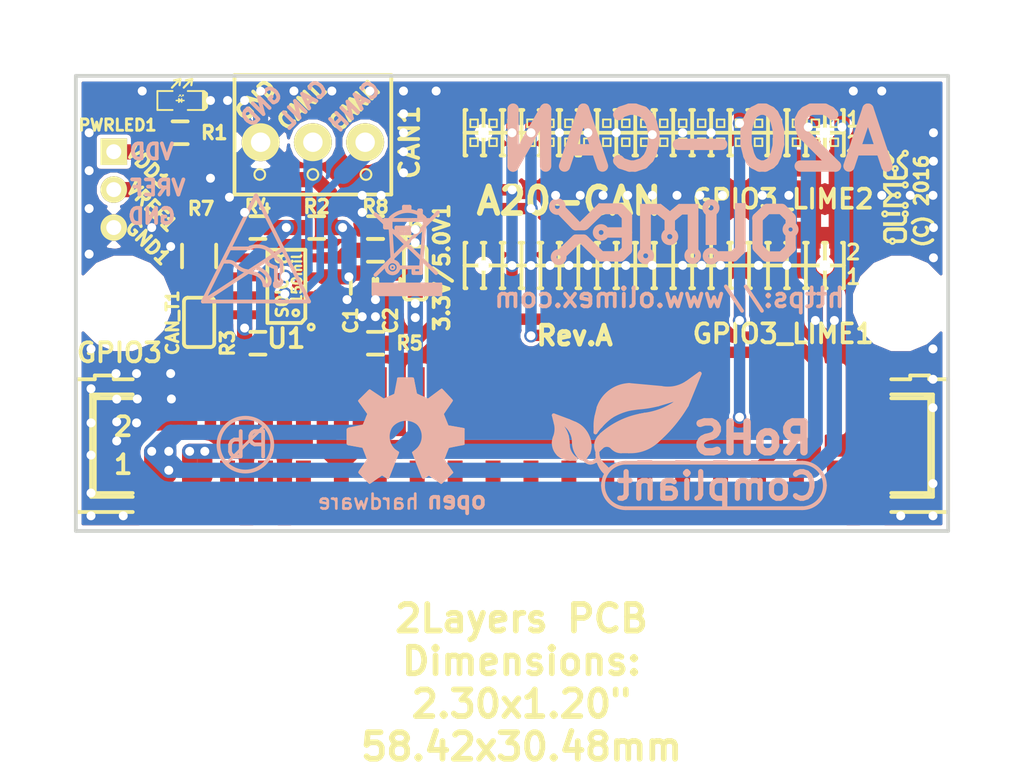
<source format=kicad_pcb>
(kicad_pcb (version 4) (host pcbnew 4.0.1-3.201512221401+6198~38~ubuntu15.10.1-stable)
  (layers (0 F.Cu signal) (31 B.Cu signal) (34 B.Paste user hide) (35 F.Paste user hide) (36 B.SilkS user hide) (37 F.SilkS user) (38 B.Mask user hide) (39 F.Mask user hide) (44 Edge.Cuts user))
  (net 0 "")
  (net 1 +5V)
  (net 2 "Net-(3.3V/5.0V1-Pad2)")
  (net 3 +3V3)
  (net 4 GND)
  (net 5 /CANL)
  (net 6 /CANH)
  (net 7 /CAN-CTRL)
  (net 8 /CAN-TX)
  (net 9 /CAN-RX)
  (net 10 "Net-(PWRLED1-Pad2)")
  (net 11 "Net-(R2-Pad1)")
  (net 12 "Net-(R5-Pad2)")
  (net 13 "Net-(R6-Pad2)")
  (net 14 "Net-(CAN_T1-Pad1)")
  (net 15 "Net-(U1-Pad5)")
  (module OLIMEX_Jumpers-FP:SJ_2_SMALL_12_TIED (layer F.Cu) (at 149.733 109.728 270)
    (fp_text reference 3.3V/5.0V1 (at -0.381 -1.778 270) (layer F.SilkS) (effects (font (thickness 0.25))))
    (fp_text value "Opened(2-3)/Closed(1-2)")
    (fp_line (start -1.143 0) (end 0 0) (layer F.Cu) (width 0.508))
    (pad 1 smd rect (at -1.143 0 270) (size 0.762 1.016) (layers F.Cu F.Mask) (net 1 +5V) (clearance 0.0508))
    (pad 2 smd rect (at 0 0 270) (size 0.762 1.016) (layers F.Cu F.Mask) (net 2 "Net-(3.3V/5.0V1-Pad2)") (clearance 0.0508))
    (pad 3 smd rect (at 1.143 0 270) (size 0.762 1.016) (layers F.Cu F.Mask) (net 3 +3V3) (clearance 0.0508))
  )
  (module OLIMEX_RLC-FP:C_0603_5MIL_DWS (layer F.Cu) (at 146.177 110.617 90)
    (fp_text reference C1 (at -2.286 -0.762 90) (layer F.SilkS) (effects (font (size 0.889 0.889) (thickness 0.22225))))
    (fp_text value 100nF)
    (pad 1 smd rect (at -0.889 0 90) (size 1.016 1.016) (layers F.Cu F.Paste F.Mask) (net 4 GND) (clearance 0.0508))
    (pad 2 smd rect (at 0.889 0 90) (size 1.016 1.016) (layers F.Cu F.Paste F.Mask) (net 2 "Net-(3.3V/5.0V1-Pad2)") (clearance 0.0508))
  )
  (module OLIMEX_RLC-FP:C_0603_5MIL_DWS (layer F.Cu) (at 147.955 110.617 90)
    (fp_text reference C2 (at -2.286 0.127 90) (layer F.SilkS) (effects (font (size 0.889 0.889) (thickness 0.22225))))
    (fp_text value 10uF/6.3V/0603)
    (pad 1 smd rect (at -0.889 0 90) (size 1.016 1.016) (layers F.Cu F.Paste F.Mask) (net 4 GND) (clearance 0.0508))
    (pad 2 smd rect (at 0.889 0 90) (size 1.016 1.016) (layers F.Cu F.Paste F.Mask) (net 2 "Net-(3.3V/5.0V1-Pad2)") (clearance 0.0508))
  )
  (module OLIMEX_Connectors-FP:TB3-3.5mm (layer F.Cu) (at 142.875 100.965)
    (fp_text reference CAN1 (at 6.477 0 90) (layer F.SilkS) (effects (font (size 1.27 1.27) (thickness 0.254))))
    (fp_text value TB3-3.5mm)
    (pad 2 thru_hole circle (at 0 0) (size 2.54 2.54) (drill 1.3) (layers *.Cu *.Mask F.SilkS) (net 5 /CANL))
    (pad 1 thru_hole circle (at -3.5 0) (size 2.54 2.54) (drill 1.3) (layers *.Cu *.Mask F.SilkS) (net 4 GND))
    (pad 3 thru_hole circle (at 3.5 0) (size 2.54 2.54) (drill 1.3) (layers *.Cu *.Mask F.SilkS) (net 6 /CANH))
  )
  (module "OLIMEX_Connectors-FP:GPCB127SMT-02X20(YA-V36P-2X20-LF)" (layer F.Cu) (at 165.735 109.22 180)
    (fp_text reference GPIO3_LIME1 (at -8.636 -4.572 180) (layer F.SilkS) (effects (font (size 1.27 1.27) (thickness 0.254))))
    (fp_text value GPH127SMT-02x20)
    (fp_text user 2 (at -13.335 0.889 180) (layer F.SilkS) (effects (font (thickness 0.2))))
    (fp_text user 1 (at -13.335 -0.762 180) (layer F.SilkS) (effects (font (thickness 0.2))))
    (pad "" np_thru_hole circle (at 11.43 0 270) (size 0.7 0.7) (drill 0.7) (layers *.Cu *.Mask))
    (pad 40 smd rect (at 12.065 2.032 270) (size 1.8 0.7) (layers F.Cu F.Paste F.Mask))
    (pad 39 smd rect (at 12.065 -2.032 270) (size 1.8 0.7) (layers F.Cu F.Paste F.Mask))
    (pad 38 smd rect (at 10.795 2.032 270) (size 1.8 0.7) (layers F.Cu F.Paste F.Mask))
    (pad 37 smd rect (at 10.795 -2.032 270) (size 1.8 0.7) (layers F.Cu F.Paste F.Mask))
    (pad 36 smd rect (at 9.525 2.032 270) (size 1.8 0.7) (layers F.Cu F.Paste F.Mask))
    (pad 35 smd rect (at 9.525 -2.032 270) (size 1.8 0.7) (layers F.Cu F.Paste F.Mask) (net 9 /CAN-RX))
    (pad 34 smd rect (at 8.255 2.032 270) (size 1.8 0.7) (layers F.Cu F.Paste F.Mask))
    (pad 33 smd rect (at 8.255 -2.032 270) (size 1.8 0.7) (layers F.Cu F.Paste F.Mask) (net 8 /CAN-TX))
    (pad 32 smd rect (at 6.985 2.032 90) (size 1.8 0.7) (layers F.Cu F.Paste F.Mask))
    (pad 31 smd rect (at 6.985 -2.032 90) (size 1.8 0.7) (layers F.Cu F.Paste F.Mask))
    (pad 30 smd rect (at 5.715 2.032 90) (size 1.8 0.7) (layers F.Cu F.Paste F.Mask))
    (pad 29 smd rect (at 5.715 -2.032 90) (size 1.8 0.7) (layers F.Cu F.Paste F.Mask))
    (pad 28 smd rect (at 4.445 2.032 90) (size 1.8 0.7) (layers F.Cu F.Paste F.Mask))
    (pad 27 smd rect (at 4.445 -2.032 90) (size 1.8 0.7) (layers F.Cu F.Paste F.Mask))
    (pad 26 smd rect (at 3.175 2.032 90) (size 1.8 0.7) (layers F.Cu F.Paste F.Mask))
    (pad 25 smd rect (at 3.175 -2.032 90) (size 1.8 0.7) (layers F.Cu F.Paste F.Mask))
    (pad 24 smd rect (at 1.905 2.032 90) (size 1.8 0.7) (layers F.Cu F.Paste F.Mask))
    (pad 23 smd rect (at 1.905 -2.032 90) (size 1.8 0.7) (layers F.Cu F.Paste F.Mask))
    (pad 22 smd rect (at 0.635 2.032 90) (size 1.8 0.7) (layers F.Cu F.Paste F.Mask))
    (pad 21 smd rect (at 0.635 -2.032 90) (size 1.8 0.7) (layers F.Cu F.Paste F.Mask))
    (pad 1 smd rect (at -12.065 -2.032 90) (size 1.8 0.7) (layers F.Cu F.Paste F.Mask) (net 1 +5V))
    (pad 2 smd rect (at -12.065 2.032 90) (size 1.8 0.7) (layers F.Cu F.Paste F.Mask) (net 4 GND))
    (pad 3 smd rect (at -10.795 -2.032 90) (size 1.8 0.7) (layers F.Cu F.Paste F.Mask) (net 3 +3V3))
    (pad 4 smd rect (at -10.795 2.032 90) (size 1.8 0.7) (layers F.Cu F.Paste F.Mask) (net 4 GND))
    (pad 5 smd rect (at -9.525 -2.032 90) (size 1.8 0.7) (layers F.Cu F.Paste F.Mask))
    (pad 6 smd rect (at -9.525 2.032 90) (size 1.8 0.7) (layers F.Cu F.Paste F.Mask))
    (pad 7 smd rect (at -8.255 -2.032 90) (size 1.8 0.7) (layers F.Cu F.Paste F.Mask))
    (pad 8 smd rect (at -8.255 2.032 90) (size 1.8 0.7) (layers F.Cu F.Paste F.Mask))
    (pad 9 smd rect (at -6.985 -2.032 90) (size 1.8 0.7) (layers F.Cu F.Paste F.Mask))
    (pad 10 smd rect (at -6.985 2.032 90) (size 1.8 0.7) (layers F.Cu F.Paste F.Mask))
    (pad 11 smd rect (at -5.715 -2.032 90) (size 1.8 0.7) (layers F.Cu F.Paste F.Mask) (net 7 /CAN-CTRL))
    (pad 12 smd rect (at -5.715 2.032 90) (size 1.8 0.7) (layers F.Cu F.Paste F.Mask))
    (pad 13 smd rect (at -4.445 -2.032 270) (size 1.8 0.7) (layers F.Cu F.Paste F.Mask))
    (pad 14 smd rect (at -4.445 2.032 270) (size 1.8 0.7) (layers F.Cu F.Paste F.Mask))
    (pad 15 smd rect (at -3.175 -2.032 270) (size 1.8 0.7) (layers F.Cu F.Paste F.Mask))
    (pad 16 smd rect (at -3.175 2.032 270) (size 1.8 0.7) (layers F.Cu F.Paste F.Mask))
    (pad 17 smd rect (at -1.905 -2.032 270) (size 1.8 0.7) (layers F.Cu F.Paste F.Mask))
    (pad 18 smd rect (at -1.905 2.032 270) (size 1.8 0.7) (layers F.Cu F.Paste F.Mask))
    (pad 19 smd rect (at -0.635 -2.032 270) (size 1.8 0.7) (layers F.Cu F.Paste F.Mask))
    (pad 20 smd rect (at -0.635 2.032 270) (size 1.8 0.7) (layers F.Cu F.Paste F.Mask))
    (pad "" np_thru_hole circle (at -11.43 0 270) (size 0.7 0.7) (drill 0.7) (layers *.Cu *.Mask))
  )
  (module "OLIMEX_Connectors-FP:GPH127SMT-02X20(PA-V16X-2X20-LF)" (layer F.Cu) (at 165.735 100.33 180)
    (fp_text reference GPIO3_LIME2 (at -8.636 -4.445 180) (layer F.SilkS) (effects (font (size 1.27 1.27) (thickness 0.254))))
    (fp_text value GPH127SMT-02x20)
    (fp_text user 1 (at -13.335 0.889 180) (layer F.SilkS) (effects (font (thickness 0.2))))
    (fp_text user 2 (at -13.335 -0.762 180) (layer F.SilkS) (effects (font (thickness 0.2))))
    (pad "" np_thru_hole circle (at 11.43 0 270) (size 0.7 0.7) (drill 0.7) (layers *.Cu *.Mask))
    (pad 40 smd rect (at 12.065 -2.032 270) (size 1.8 0.7) (layers F.Cu F.Paste F.Mask))
    (pad 39 smd rect (at 12.065 2.032 270) (size 1.8 0.7) (layers F.Cu F.Paste F.Mask))
    (pad 38 smd rect (at 10.795 -2.032 270) (size 1.8 0.7) (layers F.Cu F.Paste F.Mask))
    (pad 37 smd rect (at 10.795 2.032 270) (size 1.8 0.7) (layers F.Cu F.Paste F.Mask))
    (pad 36 smd rect (at 9.525 -2.032 270) (size 1.8 0.7) (layers F.Cu F.Paste F.Mask))
    (pad 35 smd rect (at 9.525 2.032 270) (size 1.8 0.7) (layers F.Cu F.Paste F.Mask) (net 9 /CAN-RX))
    (pad 34 smd rect (at 8.255 -2.032 270) (size 1.8 0.7) (layers F.Cu F.Paste F.Mask))
    (pad 33 smd rect (at 8.255 2.032 270) (size 1.8 0.7) (layers F.Cu F.Paste F.Mask) (net 8 /CAN-TX))
    (pad 32 smd rect (at 6.985 -2.032 90) (size 1.8 0.7) (layers F.Cu F.Paste F.Mask))
    (pad 31 smd rect (at 6.985 2.032 90) (size 1.8 0.7) (layers F.Cu F.Paste F.Mask))
    (pad 30 smd rect (at 5.715 -2.032 90) (size 1.8 0.7) (layers F.Cu F.Paste F.Mask))
    (pad 29 smd rect (at 5.715 2.032 90) (size 1.8 0.7) (layers F.Cu F.Paste F.Mask))
    (pad 28 smd rect (at 4.445 -2.032 90) (size 1.8 0.7) (layers F.Cu F.Paste F.Mask))
    (pad 27 smd rect (at 4.445 2.032 90) (size 1.8 0.7) (layers F.Cu F.Paste F.Mask))
    (pad 26 smd rect (at 3.175 -2.032 90) (size 1.8 0.7) (layers F.Cu F.Paste F.Mask))
    (pad 25 smd rect (at 3.175 2.032 90) (size 1.8 0.7) (layers F.Cu F.Paste F.Mask))
    (pad 24 smd rect (at 1.905 -2.032 90) (size 1.8 0.7) (layers F.Cu F.Paste F.Mask))
    (pad 23 smd rect (at 1.905 2.032 90) (size 1.8 0.7) (layers F.Cu F.Paste F.Mask))
    (pad 22 smd rect (at 0.635 -2.032 90) (size 1.8 0.7) (layers F.Cu F.Paste F.Mask))
    (pad 21 smd rect (at 0.635 2.032 90) (size 1.8 0.7) (layers F.Cu F.Paste F.Mask))
    (pad 1 smd rect (at -12.065 2.032 90) (size 1.8 0.7) (layers F.Cu F.Paste F.Mask) (net 1 +5V))
    (pad 2 smd rect (at -12.065 -2.032 90) (size 1.8 0.7) (layers F.Cu F.Paste F.Mask) (net 4 GND))
    (pad 3 smd rect (at -10.795 2.032 90) (size 1.8 0.7) (layers F.Cu F.Paste F.Mask) (net 3 +3V3))
    (pad 4 smd rect (at -10.795 -2.032 90) (size 1.8 0.7) (layers F.Cu F.Paste F.Mask) (net 4 GND))
    (pad 5 smd rect (at -9.525 2.032 90) (size 1.8 0.7) (layers F.Cu F.Paste F.Mask))
    (pad 6 smd rect (at -9.525 -2.032 90) (size 1.8 0.7) (layers F.Cu F.Paste F.Mask))
    (pad 7 smd rect (at -8.255 2.032 90) (size 1.8 0.7) (layers F.Cu F.Paste F.Mask))
    (pad 8 smd rect (at -8.255 -2.032 90) (size 1.8 0.7) (layers F.Cu F.Paste F.Mask))
    (pad 9 smd rect (at -6.985 2.032 90) (size 1.8 0.7) (layers F.Cu F.Paste F.Mask))
    (pad 10 smd rect (at -6.985 -2.032 90) (size 1.8 0.7) (layers F.Cu F.Paste F.Mask))
    (pad 11 smd rect (at -5.715 2.032 90) (size 1.8 0.7) (layers F.Cu F.Paste F.Mask) (net 7 /CAN-CTRL))
    (pad 12 smd rect (at -5.715 -2.032 90) (size 1.8 0.7) (layers F.Cu F.Paste F.Mask))
    (pad 13 smd rect (at -4.445 2.032 270) (size 1.8 0.7) (layers F.Cu F.Paste F.Mask))
    (pad 14 smd rect (at -4.445 -2.032 270) (size 1.8 0.7) (layers F.Cu F.Paste F.Mask))
    (pad 15 smd rect (at -3.175 2.032 270) (size 1.8 0.7) (layers F.Cu F.Paste F.Mask))
    (pad 16 smd rect (at -3.175 -2.032 270) (size 1.8 0.7) (layers F.Cu F.Paste F.Mask))
    (pad 17 smd rect (at -1.905 2.032 270) (size 1.8 0.7) (layers F.Cu F.Paste F.Mask))
    (pad 18 smd rect (at -1.905 -2.032 270) (size 1.8 0.7) (layers F.Cu F.Paste F.Mask))
    (pad 19 smd rect (at -0.635 2.032 270) (size 1.8 0.7) (layers F.Cu F.Paste F.Mask))
    (pad 20 smd rect (at -0.635 -2.032 270) (size 1.8 0.7) (layers F.Cu F.Paste F.Mask))
    (pad "" np_thru_hole circle (at -11.43 0 270) (size 0.7 0.7) (drill 0.7) (layers *.Cu *.Mask))
  )
  (module OLIMEX_LEDs-FP:LED_0603_KA (layer F.Cu) (at 133.985 98.171 180)
    (fp_text reference PWRLED1 (at 4.191 -1.651 180) (layer F.SilkS) (effects (font (size 0.762 0.762) (thickness 0.1905))))
    (fp_text value LED/Red/0603)
    (pad 2 smd rect (at 0.889 0) (size 1.03 1.06) (layers F.Cu F.Paste F.Mask) (net 10 "Net-(PWRLED1-Pad2)"))
    (pad 1 smd rect (at -0.889 0) (size 1.03 1.06) (layers F.Cu F.Paste F.Mask) (net 4 GND))
  )
  (module OLIMEX_RLC-FP:R_0603_5MIL_DWS (layer F.Cu) (at 133.985 100.33 180)
    (fp_text reference R1 (at -2.286 0 180) (layer F.SilkS) (effects (font (size 0.889 0.889) (thickness 0.22225))))
    (fp_text value 2.2k)
    (pad 1 smd rect (at -0.889 0 180) (size 1.016 1.016) (layers F.Cu F.Paste F.Mask) (net 2 "Net-(3.3V/5.0V1-Pad2)"))
    (pad 2 smd rect (at 0.889 0 180) (size 1.016 1.016) (layers F.Cu F.Paste F.Mask) (net 10 "Net-(PWRLED1-Pad2)"))
  )
  (module OLIMEX_RLC-FP:R_0603_5MIL_DWS (layer F.Cu) (at 143.129 106.68)
    (fp_text reference R2 (at 0 -1.397) (layer F.SilkS) (effects (font (size 0.889 0.889) (thickness 0.22225))))
    (fp_text value NA)
    (pad 1 smd rect (at -0.889 0) (size 1.016 1.016) (layers F.Cu F.Paste F.Mask) (net 11 "Net-(R2-Pad1)"))
    (pad 2 smd rect (at 0.889 0) (size 1.016 1.016) (layers F.Cu F.Paste F.Mask) (net 2 "Net-(3.3V/5.0V1-Pad2)"))
  )
  (module OLIMEX_RLC-FP:R_0603_5MIL_DWS (layer F.Cu) (at 139.192 114.427 180)
    (fp_text reference R3 (at 2.032 0 270) (layer F.SilkS) (effects (font (size 0.889 0.889) (thickness 0.22225))))
    (fp_text value "NA(330R)")
    (pad 1 smd rect (at -0.889 0 180) (size 1.016 1.016) (layers F.Cu F.Paste F.Mask) (net 7 /CAN-CTRL))
    (pad 2 smd rect (at 0.889 0 180) (size 1.016 1.016) (layers F.Cu F.Paste F.Mask) (net 11 "Net-(R2-Pad1)"))
  )
  (module OLIMEX_RLC-FP:R_0603_5MIL_DWS (layer F.Cu) (at 139.192 106.68 180)
    (fp_text reference R4 (at 0 1.397 180) (layer F.SilkS) (effects (font (size 0.889 0.889) (thickness 0.22225))))
    (fp_text value 10k)
    (pad 1 smd rect (at -0.889 0 180) (size 1.016 1.016) (layers F.Cu F.Paste F.Mask) (net 11 "Net-(R2-Pad1)"))
    (pad 2 smd rect (at 0.889 0 180) (size 1.016 1.016) (layers F.Cu F.Paste F.Mask) (net 4 GND))
  )
  (module OLIMEX_RLC-FP:R_0603_5MIL_DWS (layer F.Cu) (at 147.066 114.427 180)
    (fp_text reference R5 (at -2.286 0 180) (layer F.SilkS) (effects (font (size 0.889 0.889) (thickness 0.22225))))
    (fp_text value 330R)
    (pad 1 smd rect (at -0.889 0 180) (size 1.016 1.016) (layers F.Cu F.Paste F.Mask) (net 8 /CAN-TX))
    (pad 2 smd rect (at 0.889 0 180) (size 1.016 1.016) (layers F.Cu F.Paste F.Mask) (net 12 "Net-(R5-Pad2)"))
  )
  (module OLIMEX_RLC-FP:R_0603_5MIL_DWS (layer F.Cu) (at 147.066 108.204 180)
    (fp_text reference R6 (at -2.413 1.27 225) (layer F.SilkS) (effects (font (size 0.889 0.889) (thickness 0.22225))))
    (fp_text value 330R)
    (pad 1 smd rect (at -0.889 0 180) (size 1.016 1.016) (layers F.Cu F.Paste F.Mask) (net 9 /CAN-RX))
    (pad 2 smd rect (at 0.889 0 180) (size 1.016 1.016) (layers F.Cu F.Paste F.Mask) (net 13 "Net-(R6-Pad2)"))
  )
  (module OLIMEX_RLC-FP:R_1206_5MIL_DWS (layer F.Cu) (at 135.255 108.585 90)
    (fp_text reference R7 (at 3.175 0.127 180) (layer F.SilkS) (effects (font (size 0.889 0.889) (thickness 0.22225))))
    (fp_text value 120R)
    (pad 1 smd rect (at -1.397 0 90) (size 1.524 1.778) (layers F.Cu F.Paste F.Mask) (net 14 "Net-(CAN_T1-Pad1)"))
    (pad 2 smd rect (at 1.397 0 90) (size 1.524 1.778) (layers F.Cu F.Paste F.Mask) (net 5 /CANL))
  )
  (module OLIMEX_RLC-FP:R_0603_5MIL_DWS (layer F.Cu) (at 147.066 106.68)
    (fp_text reference R8 (at 0 -1.397) (layer F.SilkS) (effects (font (size 0.889 0.889) (thickness 0.22225))))
    (fp_text value 680R)
    (pad 1 smd rect (at -0.889 0) (size 1.016 1.016) (layers F.Cu F.Paste F.Mask) (net 4 GND))
    (pad 2 smd rect (at 0.889 0) (size 1.016 1.016) (layers F.Cu F.Paste F.Mask) (net 9 /CAN-RX))
  )
  (module OLIMEX_Connectors-FP:GBH-254-SMT-40 (layer F.Cu) (at 156.21 121.285)
    (fp_text reference GPIO3 (at -26.289 -6.223) (layer F.SilkS) (effects (font (size 1.27 1.27) (thickness 0.254))))
    (fp_text value GBH-254-SMT-40)
    (fp_text user 1 (at -26.035 1.27) (layer F.SilkS) (effects (font (size 1.27 1.27) (thickness 0.254))))
    (fp_text user 2 (at -26.035 -1.27) (layer F.SilkS) (effects (font (size 1.27 1.27) (thickness 0.254))))
    (pad 1 smd rect (at -24.13 3.125 90) (size 4.25 1) (layers F.Cu F.Paste F.Mask) (net 1 +5V))
    (pad 2 smd rect (at -24.13 -3.125 90) (size 4.25 1) (layers F.Cu F.Paste F.Mask) (net 4 GND))
    (pad 3 smd rect (at -21.59 3.125 90) (size 4.25 1) (layers F.Cu F.Paste F.Mask) (net 3 +3V3))
    (pad 4 smd rect (at -21.59 -3.125 90) (size 4.25 1) (layers F.Cu F.Paste F.Mask) (net 4 GND))
    (pad 5 smd rect (at -19.05 3.125 90) (size 4.25 1) (layers F.Cu F.Paste F.Mask))
    (pad 6 smd rect (at -19.05 -3.125 90) (size 4.25 1) (layers F.Cu F.Paste F.Mask))
    (pad 7 smd rect (at -16.51 3.125 90) (size 4.25 1) (layers F.Cu F.Paste F.Mask))
    (pad 8 smd rect (at -16.51 -3.125 90) (size 4.25 1) (layers F.Cu F.Paste F.Mask))
    (pad 9 smd rect (at -13.97 3.125 90) (size 4.25 1) (layers F.Cu F.Paste F.Mask))
    (pad 10 smd rect (at -13.97 -3.125 90) (size 4.25 1) (layers F.Cu F.Paste F.Mask))
    (pad 11 smd rect (at -11.43 3.125 90) (size 4.25 1) (layers F.Cu F.Paste F.Mask) (net 7 /CAN-CTRL))
    (pad 12 smd rect (at -11.43 -3.125 90) (size 4.25 1) (layers F.Cu F.Paste F.Mask))
    (pad 13 smd rect (at -8.89 3.125 90) (size 4.25 1) (layers F.Cu F.Paste F.Mask))
    (pad 14 smd rect (at -8.89 -3.125 90) (size 4.25 1) (layers F.Cu F.Paste F.Mask))
    (pad 15 smd rect (at -6.35 3.125 90) (size 4.25 1) (layers F.Cu F.Paste F.Mask))
    (pad 16 smd rect (at -6.35 -3.125 90) (size 4.25 1) (layers F.Cu F.Paste F.Mask))
    (pad 17 smd rect (at -3.81 3.125 90) (size 4.25 1) (layers F.Cu F.Paste F.Mask))
    (pad 18 smd rect (at -3.81 -3.125 90) (size 4.25 1) (layers F.Cu F.Paste F.Mask))
    (pad 19 smd rect (at -1.27 3.125 90) (size 4.25 1) (layers F.Cu F.Paste F.Mask))
    (pad 20 smd rect (at -1.27 -3.125 90) (size 4.25 1) (layers F.Cu F.Paste F.Mask))
    (pad 21 smd rect (at 1.27 3.125 270) (size 4.25 1) (layers F.Cu F.Paste F.Mask))
    (pad 22 smd rect (at 1.27 -3.125 90) (size 4.25 1) (layers F.Cu F.Paste F.Mask))
    (pad 23 smd rect (at 3.81 3.125 270) (size 4.25 1) (layers F.Cu F.Paste F.Mask))
    (pad 24 smd rect (at 3.81 -3.125 90) (size 4.25 1) (layers F.Cu F.Paste F.Mask))
    (pad 25 smd rect (at 6.35 3.125 270) (size 4.25 1) (layers F.Cu F.Paste F.Mask))
    (pad 26 smd rect (at 6.35 -3.125 90) (size 4.25 1) (layers F.Cu F.Paste F.Mask))
    (pad 27 smd rect (at 8.89 3.125 270) (size 4.25 1) (layers F.Cu F.Paste F.Mask))
    (pad 28 smd rect (at 8.89 -3.125 90) (size 4.25 1) (layers F.Cu F.Paste F.Mask))
    (pad 29 smd rect (at 11.43 3.125 270) (size 4.25 1) (layers F.Cu F.Paste F.Mask))
    (pad 30 smd rect (at 11.43 -3.125 90) (size 4.25 1) (layers F.Cu F.Paste F.Mask))
    (pad 31 smd rect (at 13.97 3.125 270) (size 4.25 1) (layers F.Cu F.Paste F.Mask))
    (pad 32 smd rect (at 13.97 -3.125 90) (size 4.25 1) (layers F.Cu F.Paste F.Mask))
    (pad 33 smd rect (at 16.51 3.125 270) (size 4.25 1) (layers F.Cu F.Paste F.Mask) (net 8 /CAN-TX))
    (pad 34 smd rect (at 16.51 -3.125 90) (size 4.25 1) (layers F.Cu F.Paste F.Mask))
    (pad 35 smd rect (at 19.05 3.125 270) (size 4.25 1) (layers F.Cu F.Paste F.Mask) (net 9 /CAN-RX))
    (pad 36 smd rect (at 19.05 -3.125 90) (size 4.25 1) (layers F.Cu F.Paste F.Mask))
    (pad 37 smd rect (at 21.59 3.125 270) (size 4.25 1) (layers F.Cu F.Paste F.Mask))
    (pad 38 smd rect (at 21.59 -3.125 90) (size 4.25 1) (layers F.Cu F.Paste F.Mask))
    (pad 39 smd rect (at 24.13 3.125 270) (size 4.25 1) (layers F.Cu F.Paste F.Mask))
    (pad 40 smd rect (at 24.13 -3.125 90) (size 4.25 1) (layers F.Cu F.Paste F.Mask))
  )
  (module OLIMEX_Jumpers-FP:SJ (layer F.Cu) (at 135.255 113.03 270)
    (fp_text reference CAN_T1 (at 0.0254 1.778 270) (layer F.SilkS) (effects (font (size 0.8 0.8) (thickness 0.2))))
    (fp_text value Opened)
    (pad 1 smd rect (at -0.762 0 270) (size 1.1684 1.6002) (layers F.Cu F.Mask) (net 14 "Net-(CAN_T1-Pad1)") (clearance 0.0508))
    (pad 1 smd rect (at -0.762 0 270) (size 1.1684 1.6002) (layers F.Cu F.Mask) (net 14 "Net-(CAN_T1-Pad1)"))
    (pad 2 smd rect (at 0.762 0 270) (size 1.1684 1.6002) (layers F.Cu F.Mask) (net 6 /CANH) (clearance 0.0508))
  )
  (module OLIMEX_Other-FP:TEST_PAD40x70_SQUARE (layer F.Cu) (at 129.54 101.6 90)
    (fp_text reference VDD1 (at -1.016 2.286 315) (layer F.SilkS) (effects (font (size 0.889 0.889) (thickness 0.22225))))
    (fp_text value TESTPAD)
    (pad 1 thru_hole rect (at 0 0 90) (size 1.778 1.778) (drill 1) (layers *.Cu F.SilkS F.Mask) (net 2 "Net-(3.3V/5.0V1-Pad2)"))
  )
  (module OLIMEX_Other-FP:TEST_PAD_40x70_Round (layer F.Cu) (at 129.54 106.68 90)
    (fp_text reference GND1 (at -1.016 2.286 315) (layer F.SilkS) (effects (font (size 0.889 0.889) (thickness 0.22225))))
    (fp_text value TESTPAD)
    (pad 1 thru_hole circle (at 0 0 90) (size 1.778 1.778) (drill 1) (layers *.Cu F.SilkS F.Mask) (net 4 GND))
  )
  (module OLIMEX_Other-FP:TEST_PAD_40x70_Round (layer F.Cu) (at 129.54 104.14 90)
    (fp_text reference VREF1 (at -1.143 2.54 315) (layer F.SilkS) (effects (font (size 0.889 0.889) (thickness 0.22225))))
    (fp_text value TESTPAD)
    (pad 1 thru_hole circle (at 0 0 90) (size 1.778 1.778) (drill 1) (layers *.Cu F.SilkS F.Mask) (net 15 "Net-(U1-Pad5)"))
  )
  (module OLIMEX_Other-FP:Fiducial1x3 (layer F.Cu) (at 129.54 98.425)
    (fp_text reference "" (at 0 3) (layer F.SilkS))
    (fp_text value "")
    (pad Fid1 connect circle (at 0 0) (size 1 1) (layers F.Cu F.Mask) (clearance 1.016))
  )
  (module OLIMEX_Other-FP:Fiducial1x3 (layer F.Cu) (at 182.88 98.425)
    (fp_text reference "" (at 0 3) (layer F.SilkS))
    (fp_text value "")
    (pad Fid1 connect circle (at 0 0) (size 1 1) (layers F.Cu F.Mask) (clearance 1.016))
  )
  (module OLIMEX_Other-FP:Fiducial1x3 (layer F.Cu) (at 182.88 121.285)
    (fp_text reference "" (at 0 3) (layer F.SilkS))
    (fp_text value "")
    (pad Fid1 connect circle (at 0 0) (size 1 1) (layers F.Cu F.Mask) (clearance 1.016))
  )
  (module OLIMEX_Other-FP:Mounting_hole_3.3mm (layer F.Cu) (at 130.175 111.76)
    (fp_text reference MountingHole hide)
    (fp_text value Mounting_hole_3.3mm hide)
    (pad "" np_thru_hole circle (at 0 0) (size 3.3 3.3) (drill 3.3) (layers *.Cu *.Mask) (clearance 1.55))
  )
  (module OLIMEX_Other-FP:Mounting_hole_3.3mm (layer F.Cu) (at 182.245 111.76)
    (fp_text reference MountingHole hide)
    (fp_text value Mounting_hole_3.3mm hide)
    (pad "" np_thru_hole circle (at 0 0) (size 3.3 3.3) (drill 3.3) (layers *.Cu *.Mask) (clearance 1.55))
  )
  (module OLIMEX_Other-FP:Fiducial1x3 (layer F.Cu) (at 153.67 114.3)
    (fp_text reference "" (at 0 3) (layer F.SilkS))
    (fp_text value "")
    (pad Fid1 connect circle (at 0 0) (size 1 1) (layers F.Cu F.Mask) (clearance 1.016))
  )
  (module OLIMEX_LOGOs-FP:LOGO_ANTISTATIC_1 (layer B.Cu) (at 142.621 111.633 180)
    (fp_text reference Ref** hide)
    (fp_text value Val** hide)
  )
  (module OLIMEX_LOGOs-FP:LOGO_OLIMEX_80 (layer F.Cu) (at 181.864 104.648 90)
    (fp_text reference "" hide)
    (fp_text value "" hide)
  )
  (module OLIMEX_LOGOs-FP:LOGO_OPENHARDWARE_8x8 (layer B.Cu) (at 149.098 120.777 180)
    (fp_text reference "" hide)
    (fp_text value "" hide)
    (fp_text user hardware (at 2.51206 -4.2672 180) (layer B.SilkS) (effects (font (thickness 0.18)) (justify mirror)))
    (fp_text user open (at -3.40106 -4.17576 180) (layer B.SilkS) (effects (font (size 1.1 1.1) (thickness 0.254)) (justify mirror)))
  )
  (module OLIMEX_LOGOs-FP:LOGO_PBFREE (layer B.Cu) (at 138.557 120.904)
    (fp_text reference "" (at -0.2794 3.52552) (layer B.SilkS) (effects (justify mirror)))
    (fp_text value "")
    (fp_text user Pb (at -0.08636 0.33528) (layer B.SilkS) (effects (font (size 1.7 1.5) (thickness 0.254)) (justify mirror)))
  )
  (module OLIMEX_LOGOs-FP:LOGO_RECYCLEBIN_1 (layer B.Cu) (at 151.511 111.252 180)
    (fp_text reference "" hide)
    (fp_text value "" hide)
  )
  (module OLIMEX_LOGOs-FP:LOGO_ROHS_1 (layer B.Cu) (at 176.149 124.841 180)
    (fp_text reference Ref** hide)
    (fp_text value Val** hide)
    (fp_text user RoHS (at 3.81508 4.04368 180) (layer B.SilkS) (effects (font (size 2 2) (thickness 0.5)) (justify mirror)))
    (fp_text user Compliant (at 6.20014 0.8382 180) (layer B.SilkS) (effects (font (size 1.778 1.778) (thickness 0.35)) (justify mirror)))
  )
  (module OLIMEX_LOGOs-FP:OLIMEX_LOGO_TB (layer B.Cu) (at 166.878 106.934 180)
    (fp_text reference "" hide)
    (fp_text value "" hide)
  )
  (module OLIMEX_IC-FP:SOIC-8_150mil (layer F.Cu) (at 141.097 110.617 90)
    (fp_text reference U1 (at -3.48996 -0.00762 180) (layer F.SilkS) (effects (font (size 1.27 1.27) (thickness 0.254))))
    (fp_text value "MCP2551-I/SN(SOIC-8_150mil)")
    (fp_text user 150mil (at 0.508 0.7112 90) (layer F.SilkS) (effects (font (size 0.635 0.635) (thickness 0.15875))))
    (fp_text user SOIC-8 (at 0.05588 -0.27178 90) (layer F.SilkS) (effects (font (size 0.762 0.762) (thickness 0.1905))))
    (pad 1 smd rect (at -1.905 2.5 90) (size 0.6 2.2) (layers F.Cu F.Paste F.Mask) (net 12 "Net-(R5-Pad2)") (clearance 0.0508))
    (pad 2 smd rect (at -0.635 2.5 90) (size 0.6 2.2) (layers F.Cu F.Paste F.Mask) (net 4 GND) (clearance 0.0508))
    (pad 3 smd rect (at 0.635 2.5 90) (size 0.6 2.2) (layers F.Cu F.Paste F.Mask) (net 2 "Net-(3.3V/5.0V1-Pad2)") (clearance 0.0508))
    (pad 4 smd rect (at 1.905 2.5 90) (size 0.6 2.2) (layers F.Cu F.Paste F.Mask) (net 13 "Net-(R6-Pad2)") (clearance 0.0508))
    (pad 5 smd rect (at 1.905 -2.5 90) (size 0.6 2.2) (layers F.Cu F.Paste F.Mask) (net 15 "Net-(U1-Pad5)") (clearance 0.0508))
    (pad 6 smd rect (at 0.635 -2.5 90) (size 0.6 2.2) (layers F.Cu F.Paste F.Mask) (net 5 /CANL) (clearance 0.0508))
    (pad 7 smd rect (at -0.635 -2.5 90) (size 0.6 2.2) (layers F.Cu F.Paste F.Mask) (net 6 /CANH) (clearance 0.0508))
    (pad 8 smd rect (at -1.905 -2.5 90) (size 0.6 2.2) (layers F.Cu F.Paste F.Mask) (net 11 "Net-(R2-Pad1)") (clearance 0.0508))
  )
  (gr_line (start 139.954 108.204) (end 139.954 108.458) (layer F.SilkS) (width 0.2))
  (gr_line (start 140.081 108.458) (end 139.827 108.458) (layer F.SilkS) (width 0.2))
  (gr_line (start 140.081 108.204) (end 140.081 108.458) (layer F.SilkS) (width 0.2))
  (gr_text GND (at 132.08 105.918) (layer B.SilkS) (effects (font (size 1.016 1.016) (thickness 0.254)) (justify mirror)))
  (gr_text VREF (at 132.461 104.013) (layer B.SilkS) (effects (font (size 1.016 1.016) (thickness 0.254)) (justify mirror)))
  (gr_text VDD (at 132.08 101.6) (layer B.SilkS) (effects (font (size 1.016 1.016) (thickness 0.254)) (justify mirror)))
  (gr_text https://www.olimex.com (at 166.751 111.379) (layer B.SilkS) (effects (font (size 1.27 1.27) (thickness 0.254)) (justify mirror)))
  (gr_text "(C) 2016" (at 183.642 104.902 90) (layer F.SilkS) (effects (font (size 0.889 0.889) (thickness 0.22225))))
  (gr_text A20-CAN (at 168.529 100.838) (layer B.SilkS) (effects (font (size 3.81 3.81) (thickness 0.762)) (justify mirror)))
  (gr_text CANH (at 145.669 98.552 45) (layer B.SilkS) (effects (font (size 1.016 1.016) (thickness 0.254)) (justify mirror)))
  (gr_text CANL (at 142.24 98.425 45) (layer B.SilkS) (effects (font (size 1.016 1.016) (thickness 0.254)) (justify mirror)))
  (gr_text GND (at 139.446 98.552 45) (layer B.SilkS) (effects (font (size 1.016 1.016) (thickness 0.254)) (justify mirror)))
  (gr_text CANH (at 145.669 98.552 45) (layer F.SilkS) (effects (font (size 1.016 1.016) (thickness 0.254))))
  (gr_text CANL (at 142.113 98.552 45) (layer F.SilkS) (effects (font (size 1.016 1.016) (thickness 0.254))))
  (gr_text GND (at 139.065 98.171 45) (layer F.SilkS) (effects (font (size 1.016 1.016) (thickness 0.254))))
  (gr_text Rev.A (at 160.401 113.919) (layer F.SilkS) (effects (font (size 1.27 1.27) (thickness 0.3175))))
  (gr_text A20-CAN (at 160.02 104.902 360) (layer F.SilkS) (effects (font (size 1.778 1.778) (thickness 0.381))))
  (gr_text "2Layers PCB\nDimensions:\n2.30x1.20\"\n58.42x30.48mm" (at 156.845 137.16) (layer F.SilkS) (effects (font (size 1.778 1.778) (thickness 0.381))))
  (gr_line (start 127 96.52) (end 127 127) (angle 90) (layer Edge.Cuts) (width 0.254))
  (gr_line (start 185.42 96.52) (end 127 96.52) (angle 90) (layer Edge.Cuts) (width 0.254))
  (gr_line (start 185.42 127) (end 185.42 96.52) (angle 90) (layer Edge.Cuts) (width 0.254))
  (gr_line (start 127 127) (end 185.42 127) (angle 90) (layer Edge.Cuts) (width 0.254))
  (segment (start 134.093945 120.39599) (end 147.950935 120.39599) (width 1.016) (layer B.Cu) (net 1))
  (segment (start 147.950935 120.39599) (end 148.46299 119.883935) (width 1.016) (layer B.Cu) (net 1))
  (segment (start 148.46299 119.883935) (end 148.46299 111.233945) (width 1.016) (layer B.Cu) (net 1))
  (segment (start 148.46299 111.233945) (end 149.733 109.963935) (width 1.016) (layer B.Cu) (net 1))
  (segment (start 149.733 109.963935) (end 149.733 107.696) (width 1.016) (layer B.Cu) (net 1))
  (segment (start 176.352475 122.93601) (end 177.8 121.488485) (width 1.016) (layer B.Cu) (net 1))
  (segment (start 134.112 122.93601) (end 176.352475 122.93601) (width 1.016) (layer B.Cu) (net 1))
  (segment (start 177.8 113.539396) (end 177.8 112.903) (width 1.016) (layer B.Cu) (net 1))
  (segment (start 177.8 121.488485) (end 177.8 113.539396) (width 1.016) (layer B.Cu) (net 1))
  (segment (start 177.8 112.903) (end 177.8 110.230762) (width 1.016) (layer B.Cu) (net 1))
  (segment (start 177.8 110.230762) (end 178.277001 109.753761) (width 1.016) (layer B.Cu) (net 1))
  (segment (start 178.277001 109.753761) (end 178.277001 109.636207) (width 1.016) (layer B.Cu) (net 1))
  (segment (start 178.308 100.838) (end 178.308 99.949) (width 1.016) (layer B.Cu) (net 1))
  (segment (start 178.277001 109.636207) (end 178.308 109.605208) (width 1.016) (layer B.Cu) (net 1))
  (segment (start 178.308 109.605208) (end 178.308 100.838) (width 1.016) (layer B.Cu) (net 1))
  (segment (start 149.733 106.807) (end 149.733 107.696) (width 1.016) (layer B.Cu) (net 1))
  (via (at 149.733 106.807) (size 0.9) (drill 0.6) (layers F.Cu B.Cu) (net 1))
  (segment (start 149.733 107.696) (end 149.733 106.807) (width 1.016) (layer F.Cu) (net 1))
  (segment (start 133.223 122.936) (end 133.223 123.267) (width 1.016) (layer F.Cu) (net 1))
  (segment (start 133.223 123.267) (end 132.08 124.41) (width 1.016) (layer F.Cu) (net 1))
  (segment (start 133.223 122.936) (end 133.223 122.809) (width 1.016) (layer F.Cu) (net 1))
  (segment (start 133.223 122.809) (end 132.08 121.666) (width 1.016) (layer F.Cu) (net 1))
  (segment (start 133.223 121.666) (end 133.223 122.936) (width 1.016) (layer F.Cu) (net 1))
  (segment (start 133.223 121.666) (end 132.08 121.666) (width 1.016) (layer F.Cu) (net 1))
  (segment (start 133.223 121.666) (end 133.223 121.031) (width 1.016) (layer B.Cu) (net 1))
  (segment (start 133.223 122.174) (end 133.223 121.666) (width 1.016) (layer B.Cu) (net 1))
  (via (at 133.223 121.666) (size 0.9) (drill 0.6) (layers F.Cu B.Cu) (net 1))
  (segment (start 133.223 122.936) (end 133.223 122.174) (width 1.016) (layer B.Cu) (net 1))
  (segment (start 133.35001 122.93601) (end 134.112 122.93601) (width 1.016) (layer B.Cu) (net 1))
  (segment (start 134.112 122.93601) (end 133.98501 122.93601) (width 1.016) (layer B.Cu) (net 1))
  (segment (start 133.98501 122.93601) (end 133.223 122.174) (width 1.016) (layer B.Cu) (net 1))
  (segment (start 134.093945 120.39599) (end 133.85801 120.39599) (width 1.016) (layer B.Cu) (net 1))
  (segment (start 133.85801 120.39599) (end 133.223 121.031) (width 1.016) (layer B.Cu) (net 1))
  (segment (start 133.223 121.031) (end 133.223 120.523) (width 1.016) (layer B.Cu) (net 1))
  (segment (start 133.223 120.523) (end 133.35001 120.39599) (width 1.016) (layer B.Cu) (net 1))
  (segment (start 132.08 121.666) (end 132.08 121.793) (width 1.016) (layer B.Cu) (net 1))
  (segment (start 132.08 121.793) (end 133.223 122.936) (width 1.016) (layer B.Cu) (net 1))
  (segment (start 132.08 124.41) (end 132.08 122.936) (width 1.016) (layer F.Cu) (net 1))
  (segment (start 132.08 122.936) (end 133.223 122.936) (width 1.016) (layer F.Cu) (net 1))
  (segment (start 133.223 122.936) (end 133.35 122.936) (width 1.016) (layer B.Cu) (net 1))
  (segment (start 133.35 122.936) (end 133.35001 122.93601) (width 1.016) (layer B.Cu) (net 1))
  (via (at 133.223 122.936) (size 0.9) (drill 0.6) (layers F.Cu B.Cu) (net 1))
  (segment (start 149.733 108.204) (end 149.733 108.585) (width 0.762) (layer F.Cu) (net 1))
  (segment (start 149.733 107.696) (end 149.733 108.204) (width 1.016) (layer F.Cu) (net 1))
  (via (at 149.733 107.696) (size 0.9) (drill 0.6) (layers F.Cu B.Cu) (net 1))
  (segment (start 132.08 121.666) (end 133.35001 120.39599) (width 1.016) (layer B.Cu) (net 1))
  (segment (start 133.35001 120.39599) (end 134.093945 120.39599) (width 1.016) (layer B.Cu) (net 1))
  (segment (start 177.8 98.298) (end 177.8 98.804604) (width 1.016) (layer F.Cu) (net 1))
  (segment (start 177.8 98.804604) (end 178.308 99.312604) (width 1.016) (layer F.Cu) (net 1))
  (segment (start 178.308 99.312604) (end 178.308 99.949) (width 1.016) (layer F.Cu) (net 1))
  (via (at 178.308 99.949) (size 0.9) (drill 0.6) (layers F.Cu B.Cu) (net 1))
  (segment (start 177.8 112.903) (end 177.8 111.252) (width 1.016) (layer F.Cu) (net 1))
  (via (at 177.8 112.903) (size 0.9) (drill 0.6) (layers F.Cu B.Cu) (net 1))
  (via (at 132.08 121.666) (size 0.9) (drill 0.6) (layers F.Cu B.Cu) (net 1))
  (segment (start 132.08 124.41) (end 132.08 121.666) (width 1.016) (layer F.Cu) (net 1))
  (segment (start 134.850514 101.6) (end 134.853815 101.603301) (width 1.016) (layer F.Cu) (net 2))
  (segment (start 134.853815 101.603301) (end 136.444113 101.603301) (width 1.016) (layer F.Cu) (net 2))
  (segment (start 136.444113 101.603301) (end 138.312651 103.471839) (width 1.016) (layer F.Cu) (net 2))
  (segment (start 138.312651 103.471839) (end 143.095839 103.471839) (width 1.016) (layer F.Cu) (net 2))
  (segment (start 143.095839 103.471839) (end 144.018 104.394) (width 1.016) (layer F.Cu) (net 2))
  (segment (start 144.018 104.394) (end 144.018 106.68) (width 1.016) (layer F.Cu) (net 2))
  (segment (start 129.54 101.6) (end 129.5527 101.6127) (width 1.016) (layer F.Cu) (net 2))
  (segment (start 129.5527 101.6127) (end 134.837814 101.6127) (width 1.016) (layer F.Cu) (net 2))
  (segment (start 134.837814 101.6127) (end 134.850514 101.6) (width 1.016) (layer F.Cu) (net 2))
  (segment (start 148.971 109.728) (end 149.733 109.728) (width 0.762) (layer F.Cu) (net 2))
  (segment (start 147.955 109.728) (end 148.971 109.728) (width 1.016) (layer F.Cu) (net 2))
  (segment (start 144.226048 106.678542) (end 144.862444 106.678542) (width 1.016) (layer F.Cu) (net 2))
  (segment (start 144.019458 106.678542) (end 144.226048 106.678542) (width 1.016) (layer F.Cu) (net 2))
  (segment (start 144.018 106.68) (end 144.019458 106.678542) (width 1.016) (layer F.Cu) (net 2))
  (segment (start 145.288 107.104098) (end 144.862444 106.678542) (width 1.016) (layer B.Cu) (net 2))
  (segment (start 145.288 109.982) (end 145.288 107.104098) (width 1.016) (layer B.Cu) (net 2))
  (via (at 144.862444 106.678542) (size 0.9) (drill 0.6) (layers F.Cu B.Cu) (net 2))
  (via (at 145.288 109.982) (size 0.9) (drill 0.6) (layers F.Cu B.Cu) (net 2))
  (segment (start 134.850514 101.6) (end 134.874 101.576514) (width 1.016) (layer F.Cu) (net 2))
  (segment (start 134.874 101.576514) (end 134.874 100.33) (width 1.016) (layer F.Cu) (net 2))
  (segment (start 145.288 109.982) (end 145.542 109.728) (width 1.016) (layer F.Cu) (net 2))
  (segment (start 145.542 109.728) (end 146.177 109.728) (width 1.016) (layer F.Cu) (net 2))
  (segment (start 143.597 109.982) (end 145.288 109.982) (width 1.016) (layer F.Cu) (net 2))
  (segment (start 147.955 109.728) (end 146.177 109.728) (width 1.016) (layer F.Cu) (net 2))
  (segment (start 151.003 121.666) (end 175.826419 121.666) (width 1.016) (layer B.Cu) (net 3))
  (segment (start 151.003 121.666) (end 150.876 121.666) (width 1.016) (layer B.Cu) (net 3))
  (segment (start 149.733 121.666) (end 151.003 121.666) (width 1.016) (layer B.Cu) (net 3))
  (segment (start 150.876 121.666) (end 149.733 120.523) (width 1.016) (layer B.Cu) (net 3))
  (segment (start 148.717 121.666) (end 149.733 121.666) (width 1.016) (layer B.Cu) (net 3))
  (segment (start 135.636 121.666) (end 148.717 121.666) (width 1.016) (layer B.Cu) (net 3))
  (segment (start 149.733 121.666) (end 149.733 120.523) (width 1.016) (layer B.Cu) (net 3))
  (segment (start 149.733 120.523) (end 149.733 111.76) (width 1.016) (layer B.Cu) (net 3))
  (segment (start 148.717 121.666) (end 148.717 121.539) (width 1.016) (layer B.Cu) (net 3))
  (segment (start 148.717 121.539) (end 149.733 120.523) (width 1.016) (layer B.Cu) (net 3))
  (segment (start 175.826419 121.666) (end 176.53 120.962419) (width 0.9906) (layer B.Cu) (net 3))
  (segment (start 176.53 120.962419) (end 176.53 112.903) (width 0.9906) (layer B.Cu) (net 3))
  (segment (start 176.53 112.903) (end 176.53 110.230762) (width 0.9906) (layer B.Cu) (net 3))
  (segment (start 176.53 110.230762) (end 176.052999 109.753761) (width 0.9906) (layer B.Cu) (net 3))
  (segment (start 176.052999 109.753761) (end 176.052999 100.863761) (width 1.016) (layer B.Cu) (net 3))
  (segment (start 176.052999 100.863761) (end 176.052999 99.949) (width 1.016) (layer B.Cu) (net 3))
  (segment (start 149.733 112.711292) (end 149.733 111.76) (width 1.016) (layer B.Cu) (net 3))
  (via (at 149.733 112.711292) (size 0.9) (drill 0.6) (layers F.Cu B.Cu) (net 3))
  (segment (start 149.733 111.76) (end 149.733 112.711292) (width 1.016) (layer F.Cu) (net 3))
  (segment (start 135.636 121.666) (end 135.636 123.394) (width 1.016) (layer F.Cu) (net 3))
  (segment (start 135.636 123.394) (end 134.62 124.41) (width 1.016) (layer F.Cu) (net 3))
  (segment (start 135.636 121.666) (end 134.62 121.666) (width 1.016) (layer F.Cu) (net 3))
  (via (at 135.636 121.666) (size 0.9) (drill 0.6) (layers F.Cu B.Cu) (net 3))
  (segment (start 134.62 121.666) (end 135.636 121.666) (width 1.016) (layer B.Cu) (net 3))
  (segment (start 176.53 98.298) (end 176.53 99.471999) (width 0.762) (layer F.Cu) (net 3))
  (segment (start 176.53 99.471999) (end 176.052999 99.949) (width 0.762) (layer F.Cu) (net 3))
  (via (at 176.052999 99.949) (size 0.9) (drill 0.6) (layers F.Cu B.Cu) (net 3))
  (segment (start 176.53 112.903) (end 176.53 111.252) (width 1.016) (layer F.Cu) (net 3))
  (via (at 176.53 112.903) (size 0.9) (drill 0.6) (layers F.Cu B.Cu) (net 3))
  (segment (start 149.733 111.252) (end 149.733 110.871) (width 0.762) (layer F.Cu) (net 3))
  (segment (start 149.733 111.76) (end 149.733 111.252) (width 1.016) (layer F.Cu) (net 3))
  (via (at 149.733 111.76) (size 0.9) (drill 0.6) (layers F.Cu B.Cu) (net 3))
  (via (at 134.62 121.666) (size 0.9) (drill 0.6) (layers F.Cu B.Cu) (net 3))
  (segment (start 134.62 124.41) (end 134.62 121.666) (width 1.016) (layer F.Cu) (net 3))
  (segment (start 131.064 119.761) (end 134.62 119.761) (width 1.016) (layer F.Cu) (net 4))
  (segment (start 134.62 119.761) (end 134.62 118.16) (width 1.016) (layer F.Cu) (net 4))
  (via (at 158.75 109.22) (size 0.9) (drill 0.6) (layers F.Cu B.Cu) (net 4))
  (segment (start 159.131 109.22) (end 158.75 109.22) (width 1.016) (layer F.Cu) (net 4))
  (segment (start 160.02 109.22) (end 159.131 109.22) (width 1.016) (layer F.Cu) (net 4))
  (segment (start 161.29 109.22) (end 160.02 109.22) (width 1.016) (layer F.Cu) (net 4))
  (via (at 160.02 109.22) (size 0.9) (drill 0.6) (layers F.Cu B.Cu) (net 4))
  (segment (start 162.56 109.22) (end 161.29 109.22) (width 1.016) (layer F.Cu) (net 4))
  (via (at 161.29 109.22) (size 0.9) (drill 0.6) (layers F.Cu B.Cu) (net 4))
  (via (at 162.56 109.22) (size 0.9) (drill 0.6) (layers F.Cu B.Cu) (net 4))
  (segment (start 163.83 109.22) (end 162.56 109.22) (width 1.016) (layer F.Cu) (net 4))
  (segment (start 165.483496 109.22) (end 163.83 109.22) (width 1.016) (layer F.Cu) (net 4))
  (via (at 163.83 109.22) (size 0.9) (drill 0.6) (layers F.Cu B.Cu) (net 4))
  (segment (start 167.64 109.209814) (end 168.91 109.209814) (width 1.016) (layer F.Cu) (net 4))
  (segment (start 165.605409 109.209814) (end 167.64 109.209814) (width 1.016) (layer F.Cu) (net 4))
  (via (at 167.64 109.209814) (size 0.9) (drill 0.6) (layers F.Cu B.Cu) (net 4))
  (segment (start 168.91 109.209814) (end 170.18 109.209814) (width 1.016) (layer F.Cu) (net 4))
  (via (at 168.91 109.209814) (size 0.9) (drill 0.6) (layers F.Cu B.Cu) (net 4))
  (segment (start 170.18 109.209814) (end 172.72 109.209814) (width 1.016) (layer F.Cu) (net 4))
  (via (at 170.18 109.209814) (size 0.9) (drill 0.6) (layers F.Cu B.Cu) (net 4))
  (segment (start 172.72 109.209814) (end 174.614814 109.209814) (width 1.016) (layer F.Cu) (net 4))
  (via (at 172.72 109.209814) (size 0.9) (drill 0.6) (layers F.Cu B.Cu) (net 4))
  (via (at 174.614814 109.209814) (size 0.9) (drill 0.6) (layers F.Cu B.Cu) (net 4))
  (segment (start 165.605409 109.209814) (end 165.498904 109.209814) (width 0.762) (layer F.Cu) (net 4))
  (segment (start 165.498904 109.209814) (end 165.486107 109.222611) (width 0.762) (layer F.Cu) (net 4))
  (segment (start 165.486107 109.222611) (end 165.483496 109.22) (width 0.762) (layer F.Cu) (net 4))
  (segment (start 165.608 109.207223) (end 165.605409 109.209814) (width 0.762) (layer B.Cu) (net 4))
  (segment (start 165.608 104.521) (end 165.608 109.207223) (width 0.762) (layer B.Cu) (net 4))
  (via (at 165.605409 109.209814) (size 0.9) (drill 0.6) (layers F.Cu B.Cu) (net 4))
  (segment (start 133.35 107.95) (end 134.366 108.966) (width 1.016) (layer B.Cu) (net 4))
  (segment (start 132.08 106.68) (end 133.35 107.95) (width 1.016) (layer B.Cu) (net 4))
  (via (at 133.35 107.95) (size 0.9) (drill 0.6) (layers F.Cu B.Cu) (net 4))
  (via (at 132.08 106.68) (size 0.9) (drill 0.6) (layers F.Cu B.Cu) (net 4))
  (segment (start 148.943311 101.6) (end 148.943311 100.33) (width 1.016) (layer B.Cu) (net 4))
  (segment (start 148.943311 103.010305) (end 148.943311 101.6) (width 1.016) (layer B.Cu) (net 4))
  (via (at 148.943311 101.6) (size 0.9) (drill 0.6) (layers F.Cu B.Cu) (net 4))
  (via (at 148.943311 103.010305) (size 0.9) (drill 0.6) (layers F.Cu B.Cu) (net 4))
  (segment (start 148.943311 99.06) (end 148.943311 97.536) (width 1.016) (layer B.Cu) (net 4))
  (via (at 148.943311 99.06) (size 0.9) (drill 0.6) (layers F.Cu B.Cu) (net 4))
  (segment (start 148.943311 100.33) (end 148.943311 99.06) (width 1.016) (layer B.Cu) (net 4))
  (via (at 148.943311 100.33) (size 0.9) (drill 0.6) (layers F.Cu B.Cu) (net 4))
  (segment (start 129.736296 120.973296) (end 129.851704 120.973296) (width 1.016) (layer F.Cu) (net 4))
  (segment (start 129.851704 120.973296) (end 131.064 119.761) (width 1.016) (layer F.Cu) (net 4))
  (via (at 129.736296 120.973296) (size 0.9) (drill 0.6) (layers F.Cu B.Cu) (net 4))
  (segment (start 129.736296 119.691704) (end 129.736296 120.973296) (width 1.016) (layer F.Cu) (net 4))
  (segment (start 131.064 119.761) (end 129.805592 119.761) (width 1.016) (layer F.Cu) (net 4))
  (segment (start 129.805592 119.761) (end 129.736296 119.691704) (width 1.016) (layer F.Cu) (net 4))
  (via (at 129.736296 119.691704) (size 0.9) (drill 0.6) (layers F.Cu B.Cu) (net 4))
  (segment (start 129.736296 118.169529) (end 129.736296 119.691704) (width 1.016) (layer F.Cu) (net 4))
  (segment (start 129.692828 116.459796) (end 129.692828 118.126061) (width 1.016) (layer F.Cu) (net 4))
  (segment (start 129.692828 118.126061) (end 129.736296 118.169529) (width 1.016) (layer F.Cu) (net 4))
  (segment (start 129.693624 116.459) (end 129.692828 116.459796) (width 1.016) (layer F.Cu) (net 4))
  (segment (start 131.064 116.459) (end 129.693624 116.459) (width 1.016) (layer F.Cu) (net 4))
  (via (at 129.692828 116.459796) (size 0.9) (drill 0.6) (layers F.Cu B.Cu) (net 4))
  (segment (start 131.114 118.16) (end 129.745825 118.16) (width 1.016) (layer F.Cu) (net 4))
  (segment (start 129.745825 118.16) (end 129.736296 118.169529) (width 1.016) (layer F.Cu) (net 4))
  (via (at 129.736296 118.169529) (size 0.9) (drill 0.6) (layers F.Cu B.Cu) (net 4))
  (segment (start 133.4 118.16) (end 133.4 119.125988) (width 1.016) (layer B.Cu) (net 4))
  (segment (start 133.35001 119.125988) (end 133.35001 119.121549) (width 1.016) (layer B.Cu) (net 4))
  (segment (start 133.4 119.125988) (end 133.35001 119.125988) (width 1.016) (layer B.Cu) (net 4))
  (segment (start 133.35 116.459) (end 133.35 118.11) (width 1.016) (layer B.Cu) (net 4))
  (via (at 133.4 118.16) (size 0.9) (drill 0.6) (layers F.Cu B.Cu) (net 4))
  (segment (start 133.35 118.11) (end 133.4 118.16) (width 1.016) (layer B.Cu) (net 4))
  (segment (start 129.54 106.68) (end 132.08 106.68) (width 1.016) (layer B.Cu) (net 4))
  (via (at 133.35 116.459) (size 0.9) (drill 0.6) (layers F.Cu B.Cu) (net 4))
  (segment (start 133.35 114.935) (end 133.35 116.459) (width 1.016) (layer B.Cu) (net 4))
  (segment (start 134.366 113.919) (end 133.35 114.935) (width 1.016) (layer B.Cu) (net 4))
  (segment (start 134.366 108.966) (end 134.366 113.919) (width 1.016) (layer B.Cu) (net 4))
  (segment (start 163.195 100.33) (end 161.29 100.33) (width 1.016) (layer F.Cu) (net 4))
  (segment (start 165.50734 100.33) (end 163.195 100.33) (width 1.016) (layer F.Cu) (net 4))
  (via (at 163.195 100.33) (size 0.9) (drill 0.6) (layers F.Cu B.Cu) (net 4))
  (segment (start 161.29 100.33) (end 160.02 100.33) (width 1.016) (layer F.Cu) (net 4))
  (via (at 161.29 100.33) (size 0.9) (drill 0.6) (layers F.Cu B.Cu) (net 4))
  (via (at 159.385 100.33) (size 0.9) (drill 0.6) (layers F.Cu B.Cu) (net 4))
  (segment (start 160.02 100.33) (end 159.385 100.33) (width 1.016) (layer F.Cu) (net 4))
  (segment (start 165.608 100.457) (end 165.608 100.43066) (width 1.016) (layer F.Cu) (net 4))
  (segment (start 165.608 100.43066) (end 165.50734 100.33) (width 1.016) (layer F.Cu) (net 4))
  (segment (start 167.64 100.33) (end 168.275 100.33) (width 1.016) (layer F.Cu) (net 4))
  (segment (start 165.725476 100.33) (end 167.64 100.33) (width 1.016) (layer F.Cu) (net 4))
  (via (at 167.64 100.33) (size 0.9) (drill 0.6) (layers F.Cu B.Cu) (net 4))
  (via (at 169.545 100.33) (size 0.9) (drill 0.6) (layers F.Cu B.Cu) (net 4))
  (segment (start 165.608 100.457) (end 165.608 100.447476) (width 1.016) (layer F.Cu) (net 4))
  (segment (start 165.608 100.447476) (end 165.725476 100.33) (width 1.016) (layer F.Cu) (net 4))
  (segment (start 168.275 100.33) (end 169.545 100.33) (width 1.016) (layer F.Cu) (net 4))
  (via (at 165.608 100.457) (size 0.9) (drill 0.6) (layers F.Cu B.Cu) (net 4))
  (segment (start 165.608 104.521) (end 165.608 100.457) (width 1.016) (layer B.Cu) (net 4))
  (segment (start 182.88 104.521) (end 183.388 104.521) (width 1.016) (layer F.Cu) (net 4))
  (segment (start 180.975 104.521) (end 182.88 104.521) (width 1.016) (layer F.Cu) (net 4))
  (via (at 182.88 104.521) (size 0.9) (drill 0.6) (layers F.Cu B.Cu) (net 4))
  (segment (start 177.673 104.521) (end 180.975 104.521) (width 1.016) (layer F.Cu) (net 4))
  (via (at 180.975 104.521) (size 0.9) (drill 0.6) (layers F.Cu B.Cu) (net 4))
  (segment (start 130.175 125.984) (end 128.016 125.984) (width 1.016) (layer B.Cu) (net 4))
  (segment (start 182.245 125.984) (end 130.175 125.984) (width 1.016) (layer B.Cu) (net 4))
  (via (at 130.175 125.984) (size 0.9) (drill 0.6) (layers F.Cu B.Cu) (net 4))
  (segment (start 128.016 124.46) (end 128.016 121.92) (width 1.016) (layer B.Cu) (net 4))
  (segment (start 128.016 125.347604) (end 128.016 124.46) (width 1.016) (layer B.Cu) (net 4))
  (via (at 128.016 124.46) (size 0.9) (drill 0.6) (layers F.Cu B.Cu) (net 4))
  (segment (start 128.016 121.92) (end 128.016 119.761) (width 1.016) (layer B.Cu) (net 4))
  (via (at 128.016 121.92) (size 0.9) (drill 0.6) (layers F.Cu B.Cu) (net 4))
  (segment (start 128.016 117.475) (end 128.016 116.84) (width 1.016) (layer B.Cu) (net 4))
  (segment (start 128.016 119.761) (end 128.016 117.475) (width 1.016) (layer B.Cu) (net 4))
  (via (at 128.016 117.475) (size 0.9) (drill 0.6) (layers F.Cu B.Cu) (net 4))
  (via (at 128.016 119.761) (size 0.9) (drill 0.6) (layers F.Cu B.Cu) (net 4))
  (segment (start 128.016 116.84) (end 128.016 114.808) (width 1.016) (layer B.Cu) (net 4))
  (segment (start 127.888999 105.41) (end 127.888999 106.68) (width 1.016) (layer B.Cu) (net 4))
  (segment (start 127.888999 102.87) (end 127.888999 105.41) (width 1.016) (layer B.Cu) (net 4))
  (via (at 127.888999 105.41) (size 0.9) (drill 0.6) (layers F.Cu B.Cu) (net 4))
  (segment (start 127.888999 100.33) (end 127.888999 102.87) (width 1.016) (layer B.Cu) (net 4))
  (via (at 127.888999 102.87) (size 0.9) (drill 0.6) (layers F.Cu B.Cu) (net 4))
  (segment (start 127.888999 98.425001) (end 127.888999 100.33) (width 1.016) (layer B.Cu) (net 4))
  (via (at 127.888999 100.33) (size 0.9) (drill 0.6) (layers F.Cu B.Cu) (net 4))
  (segment (start 131.445 97.536) (end 128.778 97.536) (width 1.016) (layer B.Cu) (net 4))
  (segment (start 136.017 97.536) (end 131.445 97.536) (width 1.016) (layer B.Cu) (net 4))
  (via (at 131.445 97.536) (size 0.9) (drill 0.6) (layers F.Cu B.Cu) (net 4))
  (via (at 139.375 97.545052) (size 0.9) (drill 0.6) (layers F.Cu B.Cu) (net 4))
  (segment (start 141.605 97.536) (end 139.384052 97.536) (width 1.016) (layer B.Cu) (net 4))
  (segment (start 144.145 97.536) (end 141.605 97.536) (width 1.016) (layer B.Cu) (net 4))
  (via (at 141.605 97.536) (size 0.9) (drill 0.6) (layers F.Cu B.Cu) (net 4))
  (segment (start 146.685 97.536) (end 144.145 97.536) (width 1.016) (layer B.Cu) (net 4))
  (via (at 144.145 97.536) (size 0.9) (drill 0.6) (layers F.Cu B.Cu) (net 4))
  (segment (start 148.943311 97.536) (end 146.685 97.536) (width 1.016) (layer B.Cu) (net 4))
  (via (at 146.685 97.536) (size 0.9) (drill 0.6) (layers F.Cu B.Cu) (net 4))
  (via (at 148.943311 97.536) (size 0.9) (drill 0.6) (layers F.Cu B.Cu) (net 4))
  (segment (start 151.13 97.536) (end 179.07 97.536) (width 1.016) (layer B.Cu) (net 4))
  (segment (start 148.943311 97.536) (end 151.13 97.536) (width 1.016) (layer B.Cu) (net 4))
  (via (at 151.13 97.536) (size 0.9) (drill 0.6) (layers F.Cu B.Cu) (net 4))
  (segment (start 184.404 125.984) (end 182.245 125.984) (width 1.016) (layer B.Cu) (net 4))
  (via (at 182.245 125.984) (size 0.9) (drill 0.6) (layers F.Cu B.Cu) (net 4))
  (segment (start 184.404 123.825) (end 184.404 125.984) (width 1.016) (layer B.Cu) (net 4))
  (via (at 184.404 123.825) (size 0.9) (drill 0.6) (layers F.Cu B.Cu) (net 4))
  (segment (start 184.404 118.745) (end 184.404 123.825) (width 1.016) (layer B.Cu) (net 4))
  (via (at 184.404 118.745) (size 0.9) (drill 0.6) (layers F.Cu B.Cu) (net 4))
  (segment (start 184.404 116.84) (end 184.404 118.745) (width 1.016) (layer B.Cu) (net 4))
  (segment (start 184.404 114.808) (end 184.404 116.84) (width 1.016) (layer B.Cu) (net 4))
  (via (at 184.404 116.84) (size 0.9) (drill 0.6) (layers F.Cu B.Cu) (net 4))
  (segment (start 179.07 97.536) (end 180.975 97.536) (width 1.016) (layer B.Cu) (net 4))
  (via (at 179.07 97.536) (size 0.9) (drill 0.6) (layers F.Cu B.Cu) (net 4))
  (segment (start 180.975 97.536) (end 184.436305 97.536) (width 1.016) (layer B.Cu) (net 4))
  (via (at 180.975 97.536) (size 0.9) (drill 0.6) (layers F.Cu B.Cu) (net 4))
  (segment (start 184.436305 106.68) (end 184.436305 108.705015) (width 1.016) (layer B.Cu) (net 4))
  (segment (start 184.436305 105.029) (end 184.436305 106.68) (width 1.016) (layer B.Cu) (net 4))
  (via (at 184.436305 106.68) (size 0.9) (drill 0.6) (layers F.Cu B.Cu) (net 4))
  (segment (start 184.436305 100.33) (end 184.436305 102.235) (width 1.016) (layer B.Cu) (net 4))
  (segment (start 184.436305 97.536) (end 184.436305 100.33) (width 1.016) (layer B.Cu) (net 4))
  (via (at 184.436305 100.33) (size 0.9) (drill 0.6) (layers F.Cu B.Cu) (net 4))
  (segment (start 184.436305 102.235) (end 184.436305 105.029) (width 1.016) (layer B.Cu) (net 4))
  (via (at 184.436305 102.235) (size 0.9) (drill 0.6) (layers F.Cu B.Cu) (net 4))
  (segment (start 184.404 104.521) (end 184.436305 104.553305) (width 1.016) (layer B.Cu) (net 4))
  (segment (start 184.436305 104.553305) (end 184.436305 105.029) (width 1.016) (layer B.Cu) (net 4))
  (segment (start 139.319 98.171) (end 137.16 98.171) (width 1.016) (layer B.Cu) (net 4))
  (segment (start 138.303 98.171) (end 139.319 98.171) (width 1.016) (layer F.Cu) (net 4))
  (via (at 138.303 98.171) (size 0.9) (drill 0.6) (layers F.Cu B.Cu) (net 4))
  (segment (start 137.796396 98.171) (end 138.303 98.171) (width 1.016) (layer F.Cu) (net 4))
  (segment (start 137.16 98.171) (end 137.796396 98.171) (width 1.016) (layer F.Cu) (net 4))
  (segment (start 137.287 104.648) (end 136.017 103.378) (width 1.016) (layer F.Cu) (net 4))
  (segment (start 138.303 105.664) (end 137.287 104.648) (width 1.016) (layer F.Cu) (net 4))
  (via (at 137.287 104.648) (size 0.9) (drill 0.6) (layers F.Cu B.Cu) (net 4))
  (segment (start 137.16 98.171) (end 136.017 98.171) (width 1.016) (layer B.Cu) (net 4))
  (segment (start 137.16 97.536) (end 136.017 97.536) (width 1.016) (layer B.Cu) (net 4))
  (segment (start 136.017 103.378) (end 136.017 97.536) (width 1.016) (layer B.Cu) (net 4))
  (via (at 136.017 103.378) (size 0.9) (drill 0.6) (layers F.Cu B.Cu) (net 4))
  (segment (start 139.384052 97.536) (end 137.16 97.536) (width 1.016) (layer B.Cu) (net 4))
  (segment (start 137.16 98.171) (end 137.16 97.536) (width 1.016) (layer B.Cu) (net 4))
  (via (at 138.303 105.664) (size 0.9) (drill 0.6) (layers F.Cu B.Cu) (net 4))
  (segment (start 138.303 106.68) (end 138.303 105.664) (width 1.016) (layer F.Cu) (net 4))
  (via (at 159.131 104.521) (size 0.9) (drill 0.6) (layers F.Cu B.Cu) (net 4))
  (segment (start 160.782 104.521) (end 159.131 104.521) (width 1.016) (layer F.Cu) (net 4))
  (via (at 160.782 104.521) (size 0.9) (drill 0.6) (layers F.Cu B.Cu) (net 4))
  (segment (start 162.306 104.521) (end 160.782 104.521) (width 1.016) (layer F.Cu) (net 4))
  (via (at 162.306 104.521) (size 0.9) (drill 0.6) (layers F.Cu B.Cu) (net 4))
  (segment (start 163.957 104.521) (end 162.306 104.521) (width 1.016) (layer F.Cu) (net 4))
  (segment (start 164.971604 104.521) (end 163.957 104.521) (width 1.016) (layer F.Cu) (net 4))
  (via (at 163.957 104.521) (size 0.9) (drill 0.6) (layers F.Cu B.Cu) (net 4))
  (segment (start 165.608 104.521) (end 164.971604 104.521) (width 1.016) (layer F.Cu) (net 4))
  (via (at 165.608 104.521) (size 0.9) (drill 0.6) (layers F.Cu B.Cu) (net 4))
  (segment (start 167.259 104.521) (end 165.608 104.521) (width 1.016) (layer F.Cu) (net 4))
  (via (at 167.259 104.521) (size 0.9) (drill 0.6) (layers F.Cu B.Cu) (net 4))
  (segment (start 168.783 104.521) (end 167.259 104.521) (width 1.016) (layer F.Cu) (net 4))
  (via (at 168.783 104.521) (size 0.9) (drill 0.6) (layers F.Cu B.Cu) (net 4))
  (segment (start 170.307 104.521) (end 168.783 104.521) (width 1.016) (layer F.Cu) (net 4))
  (via (at 170.307 104.521) (size 0.9) (drill 0.6) (layers F.Cu B.Cu) (net 4))
  (segment (start 172.974 104.521) (end 170.307 104.521) (width 1.016) (layer F.Cu) (net 4))
  (via (at 172.974 104.521) (size 0.9) (drill 0.6) (layers F.Cu B.Cu) (net 4))
  (segment (start 174.752 104.521) (end 172.974 104.521) (width 1.016) (layer F.Cu) (net 4))
  (via (at 174.752 104.521) (size 0.9) (drill 0.6) (layers F.Cu B.Cu) (net 4))
  (segment (start 176.53 104.521) (end 174.752 104.521) (width 1.016) (layer F.Cu) (net 4))
  (segment (start 177.8 107.188) (end 177.8 104.648) (width 0.762) (layer F.Cu) (net 4))
  (segment (start 177.8 104.648) (end 177.673 104.521) (width 0.762) (layer F.Cu) (net 4))
  (segment (start 176.53 107.188) (end 176.53 104.521) (width 0.762) (layer F.Cu) (net 4))
  (segment (start 176.53 104.521) (end 177.673 104.521) (width 1.016) (layer F.Cu) (net 4))
  (segment (start 177.8 102.362) (end 177.8 104.394) (width 0.762) (layer F.Cu) (net 4))
  (segment (start 177.8 104.394) (end 177.673 104.521) (width 0.762) (layer F.Cu) (net 4))
  (via (at 184.404 104.521) (size 0.9) (drill 0.6) (layers F.Cu B.Cu) (net 4))
  (segment (start 183.388 104.521) (end 184.404 104.521) (width 1.016) (layer F.Cu) (net 4))
  (segment (start 176.53 102.362) (end 176.53 104.521) (width 0.762) (layer F.Cu) (net 4))
  (via (at 184.404 114.808) (size 0.9) (drill 0.6) (layers F.Cu B.Cu) (net 4))
  (via (at 184.436305 108.705015) (size 0.9) (drill 0.6) (layers F.Cu B.Cu) (net 4))
  (segment (start 130.427604 119.761) (end 128.016 119.761) (width 1.016) (layer B.Cu) (net 4))
  (segment (start 131.064 119.761) (end 130.427604 119.761) (width 1.016) (layer B.Cu) (net 4))
  (via (at 128.016 114.808) (size 0.9) (drill 0.6) (layers F.Cu B.Cu) (net 4))
  (segment (start 128.016 125.984) (end 128.016 125.347604) (width 1.016) (layer B.Cu) (net 4))
  (via (at 128.016 125.984) (size 0.9) (drill 0.6) (layers F.Cu B.Cu) (net 4))
  (via (at 184.404 125.984) (size 0.9) (drill 0.6) (layers F.Cu B.Cu) (net 4))
  (via (at 127.888999 108.457999) (size 0.9) (drill 0.6) (layers F.Cu B.Cu) (net 4))
  (segment (start 127.888999 106.68) (end 127.888999 108.457999) (width 1.016) (layer B.Cu) (net 4))
  (segment (start 128.778 97.536) (end 127.888999 98.425001) (width 1.016) (layer B.Cu) (net 4))
  (segment (start 127.888999 106.68) (end 129.54 106.68) (width 1.016) (layer B.Cu) (net 4))
  (segment (start 139.384052 97.536) (end 139.375 97.545052) (width 1.016) (layer B.Cu) (net 4))
  (segment (start 139.375 97.545052) (end 139.375 100.965) (width 1.016) (layer B.Cu) (net 4))
  (via (at 137.16 98.171) (size 0.9) (drill 0.6) (layers F.Cu B.Cu) (net 4))
  (segment (start 136.017 98.171) (end 137.16 98.171) (width 1.016) (layer F.Cu) (net 4))
  (via (at 136.017 98.171) (size 0.9) (drill 0.6) (layers F.Cu B.Cu) (net 4))
  (segment (start 134.874 98.171) (end 136.017 98.171) (width 1.016) (layer F.Cu) (net 4))
  (segment (start 147.447 104.521) (end 147.447 104.506616) (width 1.016) (layer B.Cu) (net 4))
  (segment (start 147.447 104.506616) (end 148.943311 103.010305) (width 1.016) (layer B.Cu) (net 4))
  (segment (start 147.066 111.506) (end 147.066 104.902) (width 1.016) (layer B.Cu) (net 4))
  (segment (start 147.066 104.902) (end 147.447 104.521) (width 1.016) (layer B.Cu) (net 4))
  (segment (start 147.066 112.649) (end 147.066 111.506) (width 1.016) (layer B.Cu) (net 4))
  (segment (start 147.447 104.521) (end 147.32 104.521) (width 1.016) (layer F.Cu) (net 4))
  (segment (start 147.32 104.521) (end 146.177 105.664) (width 1.016) (layer F.Cu) (net 4))
  (via (at 147.447 104.521) (size 0.9) (drill 0.6) (layers F.Cu B.Cu) (net 4))
  (segment (start 146.813396 104.521) (end 147.447 104.521) (width 1.016) (layer F.Cu) (net 4))
  (segment (start 146.177 104.521) (end 146.813396 104.521) (width 1.016) (layer F.Cu) (net 4))
  (via (at 146.177 104.521) (size 0.9) (drill 0.6) (layers F.Cu B.Cu) (net 4))
  (segment (start 146.177 105.027604) (end 146.177 104.521) (width 1.016) (layer F.Cu) (net 4))
  (segment (start 146.177 105.664) (end 146.177 105.027604) (width 1.016) (layer F.Cu) (net 4))
  (via (at 146.177 105.664) (size 0.9) (drill 0.6) (layers F.Cu B.Cu) (net 4))
  (segment (start 146.177 106.68) (end 146.177 105.664) (width 1.016) (layer F.Cu) (net 4))
  (segment (start 133.4 118.16) (end 132.08 118.16) (width 1.016) (layer F.Cu) (net 4))
  (segment (start 134.62 118.16) (end 133.4 118.16) (width 1.016) (layer F.Cu) (net 4))
  (segment (start 134.62 118.16) (end 134.62 116.499999) (width 1.016) (layer F.Cu) (net 4))
  (segment (start 134.62 116.499999) (end 134.626933 116.493066) (width 1.016) (layer F.Cu) (net 4))
  (segment (start 134.626933 116.493066) (end 134.592867 116.459) (width 1.016) (layer F.Cu) (net 4))
  (segment (start 134.592867 116.459) (end 133.35 116.459) (width 1.016) (layer F.Cu) (net 4))
  (segment (start 133.35 116.459) (end 132.08 116.459) (width 1.016) (layer F.Cu) (net 4))
  (segment (start 131.114 118.16) (end 131.069582 118.204418) (width 1.016) (layer F.Cu) (net 4))
  (segment (start 131.069582 118.204418) (end 131.069582 119.755418) (width 1.016) (layer F.Cu) (net 4))
  (segment (start 131.069582 119.755418) (end 131.064 119.761) (width 1.016) (layer F.Cu) (net 4))
  (segment (start 132.08 118.16) (end 132.08 116.459) (width 1.016) (layer F.Cu) (net 4))
  (segment (start 132.08 116.459) (end 131.064 116.459) (width 1.016) (layer F.Cu) (net 4))
  (segment (start 131.064 116.459) (end 131.064 118.11) (width 1.016) (layer F.Cu) (net 4))
  (segment (start 131.064 118.11) (end 131.114 118.16) (width 1.016) (layer F.Cu) (net 4))
  (via (at 131.064 116.459) (size 0.9) (drill 0.6) (layers F.Cu B.Cu) (net 4))
  (via (at 131.114 118.16) (size 0.9) (drill 0.6) (layers F.Cu B.Cu) (net 4))
  (segment (start 132.08 118.16) (end 131.114 118.16) (width 1.016) (layer F.Cu) (net 4))
  (segment (start 147.066 112.649) (end 147.066 119.121549) (width 1.016) (layer B.Cu) (net 4))
  (segment (start 147.066 119.121549) (end 133.35001 119.121549) (width 1.016) (layer B.Cu) (net 4))
  (segment (start 133.35001 119.121549) (end 131.703451 119.121549) (width 1.016) (layer B.Cu) (net 4))
  (segment (start 131.703451 119.121549) (end 131.064 119.761) (width 1.016) (layer B.Cu) (net 4))
  (segment (start 131.064 119.761) (end 132.063745 119.761) (width 1.016) (layer F.Cu) (net 4))
  (segment (start 132.073559 119.751186) (end 132.073559 118.166441) (width 1.016) (layer F.Cu) (net 4))
  (segment (start 132.063745 119.761) (end 132.073559 119.751186) (width 1.016) (layer F.Cu) (net 4))
  (segment (start 132.073559 118.166441) (end 132.08 118.16) (width 1.016) (layer F.Cu) (net 4))
  (via (at 131.064 119.761) (size 0.9) (drill 0.6) (layers F.Cu B.Cu) (net 4))
  (segment (start 147.066 112.649) (end 146.177 112.649) (width 1.016) (layer F.Cu) (net 4))
  (via (at 147.066 112.649) (size 0.9) (drill 0.6) (layers F.Cu B.Cu) (net 4))
  (segment (start 147.066 111.506) (end 147.066 112.649) (width 1.016) (layer F.Cu) (net 4))
  (segment (start 147.955 111.506) (end 147.066 111.506) (width 1.016) (layer F.Cu) (net 4))
  (via (at 147.066 111.506) (size 0.9) (drill 0.6) (layers F.Cu B.Cu) (net 4))
  (segment (start 146.177 111.506) (end 147.066 111.506) (width 1.016) (layer F.Cu) (net 4))
  (via (at 146.177 112.649) (size 0.9) (drill 0.6) (layers F.Cu B.Cu) (net 4))
  (segment (start 146.177 111.506) (end 146.177 112.649) (width 1.016) (layer F.Cu) (net 4))
  (segment (start 146.177 111.506) (end 145.161 111.506) (width 1.016) (layer F.Cu) (net 4))
  (via (at 145.161 111.506) (size 0.9) (drill 0.6) (layers F.Cu B.Cu) (net 4))
  (segment (start 145.161 111.506) (end 144.907 111.252) (width 0.9652) (layer F.Cu) (net 4))
  (segment (start 143.597 111.252) (end 144.907 111.252) (width 0.9652) (layer F.Cu) (net 4))
  (segment (start 142.605537 103.886) (end 142.605537 103.813959) (width 0.508) (layer B.Cu) (net 5))
  (segment (start 142.605537 103.813959) (end 142.875 103.544496) (width 0.508) (layer B.Cu) (net 5))
  (segment (start 142.875 103.544496) (end 142.875 103.124) (width 0.508) (layer B.Cu) (net 5))
  (segment (start 142.605537 103.886) (end 142.605537 109.536277) (width 0.508) (layer B.Cu) (net 5))
  (segment (start 142.605537 103.393463) (end 142.605537 103.886) (width 0.508) (layer B.Cu) (net 5))
  (segment (start 141.036459 109.961469) (end 141.029889 109.954899) (width 0.508) (layer B.Cu) (net 5))
  (segment (start 142.180345 109.961469) (end 141.036459 109.961469) (width 0.508) (layer B.Cu) (net 5))
  (segment (start 142.605537 109.536277) (end 142.180345 109.961469) (width 0.508) (layer B.Cu) (net 5))
  (segment (start 142.875 103.124) (end 142.605537 103.393463) (width 0.508) (layer B.Cu) (net 5))
  (segment (start 138.597 109.982) (end 141.002788 109.982) (width 0.508) (layer F.Cu) (net 5))
  (segment (start 141.002788 109.982) (end 141.029889 109.954899) (width 0.508) (layer F.Cu) (net 5))
  (segment (start 141.002788 109.982) (end 141.029889 109.954899) (width 0.508) (layer B.Cu) (net 5))
  (via (at 141.029889 109.954899) (size 0.9) (drill 0.6) (layers F.Cu B.Cu) (net 5))
  (segment (start 142.875 100.965) (end 142.875 103.124) (width 1.27) (layer B.Cu) (net 5))
  (segment (start 138.597 109.982) (end 137.451671 109.982) (width 0.508) (layer F.Cu) (net 5))
  (segment (start 137.451671 109.982) (end 136.751057 109.281386) (width 0.508) (layer F.Cu) (net 5))
  (segment (start 136.751057 109.281386) (end 136.751057 108.235445) (width 0.508) (layer F.Cu) (net 5))
  (segment (start 136.751057 108.235445) (end 135.703612 107.188) (width 0.508) (layer F.Cu) (net 5))
  (segment (start 135.703612 107.188) (end 135.255 107.188) (width 0.508) (layer F.Cu) (net 5))
  (segment (start 141.635992 111.124416) (end 140.999596 111.124416) (width 0.508) (layer B.Cu) (net 6))
  (segment (start 143.367547 109.851913) (end 142.095044 111.124416) (width 0.508) (layer B.Cu) (net 6))
  (segment (start 143.367548 104.663452) (end 143.367547 109.851913) (width 0.508) (layer B.Cu) (net 6))
  (segment (start 144.907 103.124) (end 143.367548 104.663452) (width 0.508) (layer B.Cu) (net 6))
  (segment (start 142.095044 111.124416) (end 141.635992 111.124416) (width 0.508) (layer B.Cu) (net 6))
  (segment (start 140.872012 111.252) (end 140.999596 111.124416) (width 0.508) (layer F.Cu) (net 6))
  (segment (start 138.597 111.252) (end 140.872012 111.252) (width 0.508) (layer F.Cu) (net 6))
  (via (at 140.999596 111.124416) (size 0.9) (drill 0.6) (layers F.Cu B.Cu) (net 6))
  (segment (start 146.375 101.656) (end 144.907 103.124) (width 1.27) (layer B.Cu) (net 6))
  (segment (start 146.375 100.965) (end 146.375 101.656) (width 1.27) (layer B.Cu) (net 6))
  (segment (start 135.255 113.792) (end 135.586279 113.460721) (width 0.508) (layer F.Cu) (net 6))
  (segment (start 135.586279 113.460721) (end 136.364863 113.460721) (width 0.508) (layer F.Cu) (net 6))
  (segment (start 136.364863 113.460721) (end 136.795584 113.03) (width 0.508) (layer F.Cu) (net 6))
  (segment (start 136.474466 113.792) (end 136.134073 114.132393) (width 0.508) (layer F.Cu) (net 6))
  (segment (start 136.134073 114.132393) (end 135.256665 114.132393) (width 0.508) (layer F.Cu) (net 6))
  (segment (start 135.256665 114.132393) (end 135.256665 113.793665) (width 0.508) (layer F.Cu) (net 6))
  (segment (start 135.256665 113.793665) (end 135.255 113.792) (width 0.508) (layer F.Cu) (net 6))
  (segment (start 136.795584 111.997416) (end 136.795584 113.03) (width 0.508) (layer F.Cu) (net 6))
  (segment (start 136.795584 113.03) (end 136.795584 113.470882) (width 0.508) (layer F.Cu) (net 6))
  (segment (start 138.597 111.252) (end 137.541 111.252) (width 0.508) (layer F.Cu) (net 6))
  (segment (start 137.541 111.252) (end 136.795584 111.997416) (width 0.508) (layer F.Cu) (net 6))
  (segment (start 136.795584 113.470882) (end 136.474466 113.792) (width 0.508) (layer F.Cu) (net 6))
  (segment (start 136.474466 113.792) (end 135.255 113.792) (width 0.508) (layer F.Cu) (net 6))
  (segment (start 144.145 121.285) (end 143.74 121.285) (width 0.762) (layer F.Cu) (net 7))
  (segment (start 143.51 121.515) (end 143.51 120.523) (width 0.762) (layer F.Cu) (net 7))
  (segment (start 146.177 121.285) (end 144.145 121.285) (width 0.762) (layer F.Cu) (net 7))
  (segment (start 143.51 120.523) (end 143.51 115.189) (width 0.762) (layer F.Cu) (net 7))
  (segment (start 144.145 121.158) (end 143.51 120.523) (width 0.762) (layer F.Cu) (net 7))
  (segment (start 144.145 121.285) (end 144.145 121.158) (width 0.762) (layer F.Cu) (net 7))
  (segment (start 144.78 121.793) (end 143.788 121.793) (width 0.762) (layer F.Cu) (net 7))
  (segment (start 145.669 121.793) (end 144.78 121.793) (width 0.762) (layer F.Cu) (net 7))
  (segment (start 144.78 121.793) (end 144.78 124.41) (width 0.762) (layer F.Cu) (net 7))
  (segment (start 145.669 121.793) (end 146.177 121.285) (width 0.762) (layer F.Cu) (net 7))
  (segment (start 144.78 122.682) (end 145.669 121.793) (width 0.762) (layer F.Cu) (net 7))
  (segment (start 144.78 122.785) (end 143.788 121.793) (width 0.762) (layer F.Cu) (net 7))
  (segment (start 143.788 121.793) (end 143.51 121.515) (width 0.762) (layer F.Cu) (net 7))
  (segment (start 143.74 121.285) (end 143.51 121.515) (width 0.762) (layer F.Cu) (net 7))
  (segment (start 171.45 99.695) (end 171.45 98.298) (width 0.762) (layer F.Cu) (net 7))
  (via (at 171.45 99.695) (size 0.9) (drill 0.6) (layers F.Cu B.Cu) (net 7))
  (segment (start 171.45 112.903) (end 171.45 99.695) (width 0.762) (layer B.Cu) (net 7))
  (segment (start 171.45 119.38) (end 171.45 120.904) (width 0.762) (layer F.Cu) (net 7))
  (via (at 171.45 119.38) (size 0.9) (drill 0.6) (layers F.Cu B.Cu) (net 7))
  (segment (start 171.45 112.903) (end 171.45 119.38) (width 0.762) (layer B.Cu) (net 7))
  (via (at 171.45 112.903) (size 0.9) (drill 0.6) (layers F.Cu B.Cu) (net 7))
  (segment (start 171.45 111.252) (end 171.45 112.903) (width 0.762) (layer F.Cu) (net 7))
  (segment (start 144.78 124.41) (end 144.78 122.682) (width 0.762) (layer F.Cu) (net 7))
  (segment (start 146.177 121.285) (end 171.069 121.285) (width 0.762) (layer F.Cu) (net 7))
  (segment (start 171.069 121.285) (end 171.45 120.904) (width 0.762) (layer F.Cu) (net 7))
  (segment (start 144.78 124.41) (end 144.78 122.785) (width 0.762) (layer F.Cu) (net 7))
  (segment (start 143.51 115.189) (end 142.748 114.427) (width 0.762) (layer F.Cu) (net 7))
  (segment (start 142.748 114.427) (end 140.081 114.427) (width 0.762) (layer F.Cu) (net 7))
  (segment (start 169.464763 113.899152) (end 157.509751 113.899152) (width 0.762) (layer F.Cu) (net 8))
  (segment (start 170.600091 115.03448) (end 169.464763 113.899152) (width 0.762) (layer F.Cu) (net 8))
  (segment (start 172.72 124.41) (end 172.72 122.785) (width 0.762) (layer F.Cu) (net 8))
  (segment (start 172.72 122.785) (end 173.982 121.523) (width 0.762) (layer F.Cu) (net 8))
  (segment (start 173.982 121.523) (end 173.982 115.562) (width 0.762) (layer F.Cu) (net 8))
  (segment (start 173.45448 115.03448) (end 170.600091 115.03448) (width 0.762) (layer F.Cu) (net 8))
  (segment (start 173.982 115.562) (end 173.45448 115.03448) (width 0.762) (layer F.Cu) (net 8))
  (segment (start 157.509751 113.899152) (end 157.481803 113.9271) (width 0.762) (layer F.Cu) (net 8))
  (segment (start 157.48 113.925297) (end 157.481803 113.9271) (width 0.762) (layer B.Cu) (net 8))
  (segment (start 157.48 109.22) (end 157.48 113.925297) (width 0.762) (layer B.Cu) (net 8))
  (via (at 157.481803 113.9271) (size 0.9) (drill 0.6) (layers F.Cu B.Cu) (net 8))
  (segment (start 147.955 114.427) (end 149.633752 114.427) (width 0.762) (layer F.Cu) (net 8))
  (segment (start 149.633752 114.427) (end 151.13 112.930752) (width 0.762) (layer F.Cu) (net 8))
  (segment (start 151.13 112.930752) (end 151.13 107.315) (width 0.762) (layer F.Cu) (net 8))
  (segment (start 151.13 107.315) (end 153.035 105.41) (width 0.762) (layer F.Cu) (net 8))
  (segment (start 153.035 105.41) (end 157.48 105.41) (width 0.762) (layer F.Cu) (net 8))
  (segment (start 157.48 109.22) (end 157.48 111.252) (width 0.762) (layer F.Cu) (net 8))
  (via (at 157.48 109.22) (size 0.9) (drill 0.6) (layers F.Cu B.Cu) (net 8))
  (segment (start 157.48 105.41) (end 157.48 109.22) (width 0.762) (layer B.Cu) (net 8))
  (segment (start 157.48 100.33) (end 157.48 98.298) (width 0.762) (layer F.Cu) (net 8))
  (via (at 157.48 100.33) (size 0.9) (drill 0.6) (layers F.Cu B.Cu) (net 8))
  (segment (start 157.48 105.41) (end 157.48 100.33) (width 0.762) (layer B.Cu) (net 8))
  (via (at 157.48 105.41) (size 0.9) (drill 0.6) (layers F.Cu B.Cu) (net 8))
  (segment (start 176.522 121.523) (end 175.26 122.785) (width 0.762) (layer F.Cu) (net 9))
  (segment (start 176.522 115.653998) (end 176.522 121.523) (width 0.762) (layer F.Cu) (net 9))
  (segment (start 171.020936 114.018469) (end 174.886471 114.018469) (width 0.762) (layer F.Cu) (net 9))
  (segment (start 169.820504 112.818037) (end 171.020936 114.018469) (width 0.762) (layer F.Cu) (net 9))
  (segment (start 156.672663 112.818037) (end 169.820504 112.818037) (width 0.762) (layer F.Cu) (net 9))
  (segment (start 156.21 112.355374) (end 156.672663 112.818037) (width 0.762) (layer F.Cu) (net 9))
  (segment (start 156.21 111.252) (end 156.21 112.355374) (width 0.762) (layer F.Cu) (net 9))
  (segment (start 174.886471 114.018469) (end 176.522 115.653998) (width 0.762) (layer F.Cu) (net 9))
  (segment (start 175.26 122.785) (end 175.26 124.41) (width 0.762) (layer F.Cu) (net 9))
  (segment (start 147.955 106.68) (end 147.955 106.386105) (width 0.762) (layer F.Cu) (net 9))
  (segment (start 147.955 106.386105) (end 148.829284 105.511821) (width 0.762) (layer F.Cu) (net 9))
  (segment (start 148.829284 105.511821) (end 151.428516 105.511821) (width 0.762) (layer F.Cu) (net 9))
  (segment (start 151.428516 105.511821) (end 152.784462 104.155875) (width 0.762) (layer F.Cu) (net 9))
  (segment (start 152.784462 104.155875) (end 155.583129 104.155875) (width 0.762) (layer F.Cu) (net 9))
  (segment (start 155.583129 104.155875) (end 156.219525 104.155875) (width 0.762) (layer F.Cu) (net 9))
  (segment (start 156.21 109.22) (end 156.21 104.1654) (width 0.762) (layer B.Cu) (net 9))
  (segment (start 156.21 100.33) (end 156.21 104.14635) (width 0.762) (layer B.Cu) (net 9))
  (segment (start 156.21 104.1654) (end 156.219525 104.155875) (width 0.762) (layer B.Cu) (net 9))
  (segment (start 156.21 104.14635) (end 156.219525 104.155875) (width 0.762) (layer B.Cu) (net 9))
  (via (at 156.219525 104.155875) (size 0.9) (drill 0.6) (layers F.Cu B.Cu) (net 9))
  (segment (start 156.21 100.33) (end 156.21 98.298) (width 0.762) (layer F.Cu) (net 9))
  (via (at 156.21 100.33) (size 0.9) (drill 0.6) (layers F.Cu B.Cu) (net 9))
  (segment (start 156.21 109.22) (end 156.21 111.252) (width 0.762) (layer F.Cu) (net 9))
  (via (at 156.21 109.22) (size 0.9) (drill 0.6) (layers F.Cu B.Cu) (net 9))
  (segment (start 147.955 108.204) (end 147.955 106.68) (width 1.016) (layer F.Cu) (net 9))
  (segment (start 133.096 98.171) (end 133.096 100.33) (width 1.016) (layer F.Cu) (net 10))
  (segment (start 138.303 113.411) (end 138.303 109.475234) (width 1.016) (layer B.Cu) (net 11))
  (segment (start 138.303 109.475234) (end 141.097 106.681234) (width 1.016) (layer B.Cu) (net 11))
  (segment (start 141.097 106.681234) (end 141.097 106.68) (width 1.016) (layer B.Cu) (net 11))
  (segment (start 141.097 106.68) (end 140.081 106.68) (width 1.016) (layer F.Cu) (net 11))
  (via (at 141.097 106.68) (size 0.9) (drill 0.6) (layers F.Cu B.Cu) (net 11))
  (segment (start 138.303 112.821227) (end 138.303 113.411) (width 1.016) (layer F.Cu) (net 11))
  (segment (start 138.303 113.411) (end 138.303 114.427) (width 1.016) (layer F.Cu) (net 11))
  (via (at 138.303 113.411) (size 0.9) (drill 0.6) (layers F.Cu B.Cu) (net 11))
  (segment (start 138.597 112.522) (end 138.591424 112.516424) (width 0.508) (layer F.Cu) (net 11))
  (segment (start 138.591424 112.516424) (end 138.328778 112.516424) (width 0.508) (layer F.Cu) (net 11))
  (segment (start 138.328778 112.516424) (end 138.303 112.542202) (width 0.508) (layer F.Cu) (net 11))
  (segment (start 138.303 112.542202) (end 138.303 112.821227) (width 0.508) (layer F.Cu) (net 11))
  (segment (start 138.297178 112.815405) (end 138.303 112.821227) (width 1.016) (layer F.Cu) (net 11))
  (segment (start 142.24 106.68) (end 140.081 106.68) (width 1.016) (layer F.Cu) (net 11))
  (segment (start 143.597 112.522) (end 144.272 112.522) (width 0.762) (layer F.Cu) (net 12))
  (segment (start 144.272 112.522) (end 146.177 114.427) (width 0.762) (layer F.Cu) (net 12))
  (segment (start 143.597 108.712) (end 144.641787 108.712) (width 0.762) (layer F.Cu) (net 13))
  (segment (start 144.641787 108.712) (end 145.149787 108.204) (width 0.762) (layer F.Cu) (net 13))
  (segment (start 145.149787 108.204) (end 146.177 108.204) (width 0.762) (layer F.Cu) (net 13))
  (segment (start 135.255 112.268) (end 135.255 109.982) (width 1.016) (layer F.Cu) (net 14))
  (segment (start 138.597 108.712) (end 137.795 108.712) (width 0.508) (layer F.Cu) (net 15))
  (segment (start 137.513067 108.430067) (end 137.513067 107.919811) (width 0.508) (layer F.Cu) (net 15))
  (segment (start 137.795 108.712) (end 137.513067 108.430067) (width 0.508) (layer F.Cu) (net 15))
  (segment (start 137.513067 107.919811) (end 136.652001 107.058745) (width 0.508) (layer F.Cu) (net 15))
  (segment (start 136.652001 107.058745) (end 136.652001 106.019599) (width 0.508) (layer F.Cu) (net 15))
  (segment (start 136.652001 106.019599) (end 136.550401 105.917999) (width 0.508) (layer F.Cu) (net 15))
  (segment (start 136.550401 105.917999) (end 136.535953 105.917999) (width 0.508) (layer F.Cu) (net 15))
  (segment (start 136.535953 105.917999) (end 134.757954 104.14) (width 0.508) (layer F.Cu) (net 15))
  (segment (start 134.757954 104.14) (end 131.953 104.14) (width 0.508) (layer F.Cu) (net 15))
  (segment (start 131.953 104.14) (end 129.54 104.14) (width 1.016) (layer F.Cu) (net 15))
  (zone (net 4) (net_name GND) (layer F.Cu) (connect_pads (clearance 0.254)) (min_thickness 0.2032) (fill yes (arc_segments 16) (thermal_gap 0.508) (thermal_bridge_width 1.27))
    (polygon (pts (xy 124.46 93.98) (xy 187.96 93.98) (xy 187.96 129.54) (xy 124.46 129.54)))
  )
  (zone (net 4) (net_name GND) (layer B.Cu) (connect_pads (clearance 0.254)) (min_thickness 0.2032) (fill yes (arc_segments 16) (thermal_gap 0.508) (thermal_bridge_width 1.27))
    (polygon (pts (xy 121.92 91.44) (xy 190.5 91.44) (xy 190.5 132.08) (xy 121.92 132.08)))
  )
  (zone (net 0) (net_name "") (layer F.Cu) (connect_pads (clearance 0.254)) (min_thickness 0.2032)
    (keepout (tracks allowed) (vias allowed) (copperpour not_allowed))
    (fill yes (arc_segments 16) (thermal_gap 0.508) (thermal_bridge_width 1.27))
    (polygon (pts (xy 131.318 120.269) (xy 135.509 120.269) (xy 135.509 121.158) (xy 131.318 121.158)))
  )
)
</source>
